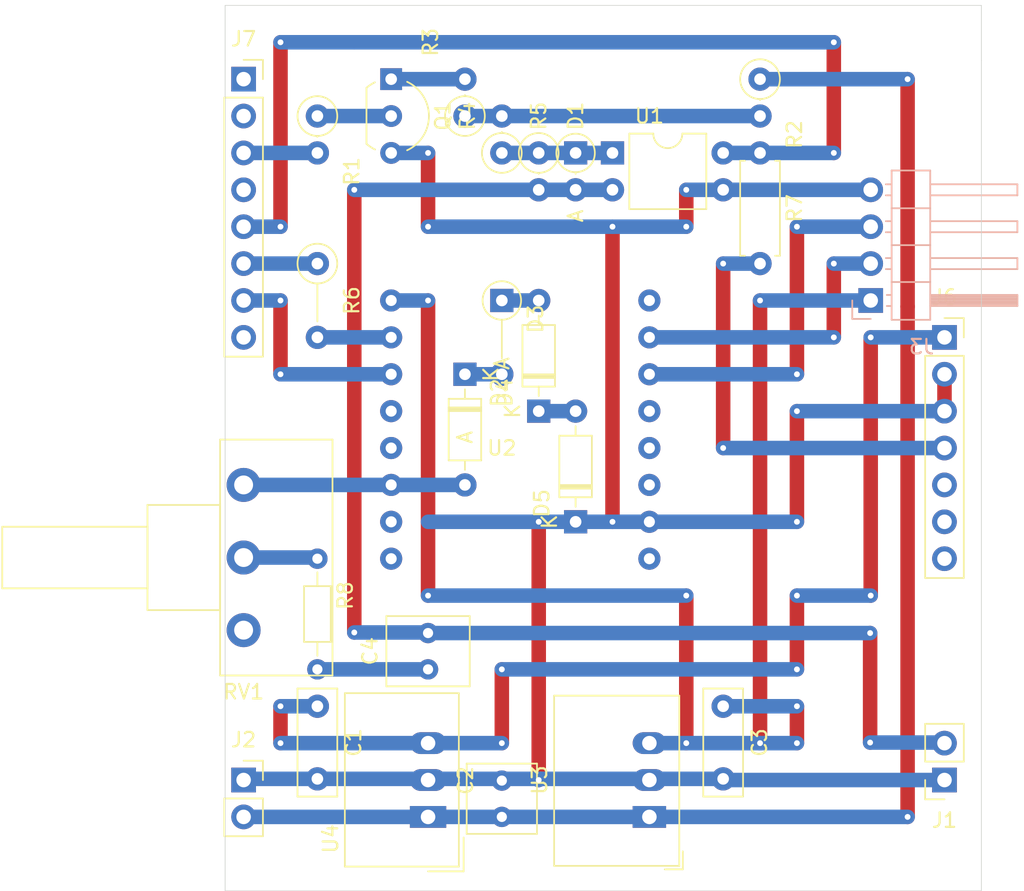
<source format=kicad_pcb>
(kicad_pcb (version 20171130) (host pcbnew 5.1.6-c6e7f7d~87~ubuntu18.04.1)

  (general
    (thickness 1.6)
    (drawings 6)
    (tracks 135)
    (zones 0)
    (modules 28)
    (nets 41)
  )

  (page A4)
  (layers
    (0 F.Cu signal)
    (31 B.Cu signal)
    (32 B.Adhes user)
    (33 F.Adhes user)
    (34 B.Paste user)
    (35 F.Paste user)
    (36 B.SilkS user)
    (37 F.SilkS user)
    (38 B.Mask user)
    (39 F.Mask user)
    (40 Dwgs.User user)
    (41 Cmts.User user)
    (42 Eco1.User user)
    (43 Eco2.User user)
    (44 Edge.Cuts user)
    (45 Margin user)
    (46 B.CrtYd user)
    (47 F.CrtYd user)
    (48 B.Fab user)
    (49 F.Fab user)
  )

  (setup
    (last_trace_width 1)
    (user_trace_width 1)
    (trace_clearance 0.2)
    (zone_clearance 0.508)
    (zone_45_only no)
    (trace_min 0.2)
    (via_size 0.8)
    (via_drill 0.4)
    (via_min_size 0.4)
    (via_min_drill 0.3)
    (uvia_size 0.3)
    (uvia_drill 0.1)
    (uvias_allowed no)
    (uvia_min_size 0.2)
    (uvia_min_drill 0.1)
    (edge_width 0.05)
    (segment_width 0.2)
    (pcb_text_width 0.3)
    (pcb_text_size 1.5 1.5)
    (mod_edge_width 0.12)
    (mod_text_size 1 1)
    (mod_text_width 0.15)
    (pad_size 1.524 1.524)
    (pad_drill 0.762)
    (pad_to_mask_clearance 0.05)
    (aux_axis_origin 0 0)
    (visible_elements FFFFFF7F)
    (pcbplotparams
      (layerselection 0x010fc_ffffffff)
      (usegerberextensions false)
      (usegerberattributes true)
      (usegerberadvancedattributes true)
      (creategerberjobfile true)
      (excludeedgelayer true)
      (linewidth 0.100000)
      (plotframeref false)
      (viasonmask false)
      (mode 1)
      (useauxorigin false)
      (hpglpennumber 1)
      (hpglpenspeed 20)
      (hpglpendiameter 15.000000)
      (psnegative false)
      (psa4output false)
      (plotreference true)
      (plotvalue true)
      (plotinvisibletext false)
      (padsonsilk false)
      (subtractmaskfromsilk false)
      (outputformat 1)
      (mirror false)
      (drillshape 1)
      (scaleselection 1)
      (outputdirectory ""))
  )

  (net 0 "")
  (net 1 9V)
  (net 2 GND)
  (net 3 24V)
  (net 4 DF_5V)
  (net 5 "Net-(C4-Pad1)")
  (net 6 "Net-(C4-Pad2)")
  (net 7 "Net-(D1-Pad1)")
  (net 8 "Net-(D2-Pad1)")
  (net 9 "Net-(D2-Pad2)")
  (net 10 "Net-(D3-Pad1)")
  (net 11 "Net-(D4-Pad1)")
  (net 12 "Net-(J3-Pad2)")
  (net 13 "Net-(J3-Pad3)")
  (net 14 5V)
  (net 15 "Net-(J6-Pad5)")
  (net 16 "Net-(J6-Pad6)")
  (net 17 "Net-(J6-Pad7)")
  (net 18 "Net-(J7-Pad1)")
  (net 19 "Net-(J7-Pad2)")
  (net 20 O_STATE)
  (net 21 I_FORK1)
  (net 22 Player_RX)
  (net 23 Player_TX)
  (net 24 "Net-(J7-Pad8)")
  (net 25 "Net-(Q1-Pad2)")
  (net 26 "Net-(Q1-Pad1)")
  (net 27 "Net-(R2-Pad2)")
  (net 28 "Net-(R6-Pad2)")
  (net 29 "Net-(R8-Pad1)")
  (net 30 "Net-(RV1-Pad3)")
  (net 31 "Net-(U2-Pad4)")
  (net 32 "Net-(U2-Pad5)")
  (net 33 "Net-(U2-Pad8)")
  (net 34 "Net-(U2-Pad16)")
  (net 35 "Net-(U2-Pad13)")
  (net 36 "Net-(U2-Pad12)")
  (net 37 "Net-(U2-Pad11)")
  (net 38 "Net-(U2-Pad9)")
  (net 39 "Net-(J7-Pad4)")
  (net 40 "Net-(U2-Pad7)")

  (net_class Default "This is the default net class."
    (clearance 0.2)
    (trace_width 0.25)
    (via_dia 0.8)
    (via_drill 0.4)
    (uvia_dia 0.3)
    (uvia_drill 0.1)
    (add_net 24V)
    (add_net 5V)
    (add_net 9V)
    (add_net DF_5V)
    (add_net GND)
    (add_net I_FORK1)
    (add_net "Net-(C4-Pad1)")
    (add_net "Net-(C4-Pad2)")
    (add_net "Net-(D1-Pad1)")
    (add_net "Net-(D2-Pad1)")
    (add_net "Net-(D2-Pad2)")
    (add_net "Net-(D3-Pad1)")
    (add_net "Net-(D4-Pad1)")
    (add_net "Net-(J3-Pad2)")
    (add_net "Net-(J3-Pad3)")
    (add_net "Net-(J6-Pad5)")
    (add_net "Net-(J6-Pad6)")
    (add_net "Net-(J6-Pad7)")
    (add_net "Net-(J7-Pad1)")
    (add_net "Net-(J7-Pad2)")
    (add_net "Net-(J7-Pad4)")
    (add_net "Net-(J7-Pad8)")
    (add_net "Net-(Q1-Pad1)")
    (add_net "Net-(Q1-Pad2)")
    (add_net "Net-(R2-Pad2)")
    (add_net "Net-(R6-Pad2)")
    (add_net "Net-(R8-Pad1)")
    (add_net "Net-(RV1-Pad3)")
    (add_net "Net-(U2-Pad11)")
    (add_net "Net-(U2-Pad12)")
    (add_net "Net-(U2-Pad13)")
    (add_net "Net-(U2-Pad16)")
    (add_net "Net-(U2-Pad4)")
    (add_net "Net-(U2-Pad5)")
    (add_net "Net-(U2-Pad7)")
    (add_net "Net-(U2-Pad8)")
    (add_net "Net-(U2-Pad9)")
    (add_net O_STATE)
    (add_net Player_RX)
    (add_net Player_TX)
  )

  (module Diode_THT:D_DO-35_SOD27_P7.62mm_Horizontal (layer F.Cu) (tedit 5AE50CD5) (tstamp 5F10D5DB)
    (at 48.26 55.88 90)
    (descr "Diode, DO-35_SOD27 series, Axial, Horizontal, pin pitch=7.62mm, , length*diameter=4*2mm^2, , http://www.diodes.com/_files/packages/DO-35.pdf")
    (tags "Diode DO-35_SOD27 series Axial Horizontal pin pitch 7.62mm  length 4mm diameter 2mm")
    (path /5F16E150)
    (fp_text reference D5 (at 1.27 -2.326371 90) (layer F.SilkS)
      (effects (font (size 1 1) (thickness 0.15)))
    )
    (fp_text value 1N4148 (at 1.27 3.215371 90) (layer F.Fab)
      (effects (font (size 1 1) (thickness 0.15)))
    )
    (fp_text user A (at 3.58 0.8 90) (layer F.Fab)
      (effects (font (size 1 1) (thickness 0.15)))
    )
    (fp_text user K (at 0 -1.8 90) (layer F.SilkS)
      (effects (font (size 1 1) (thickness 0.15)))
    )
    (fp_text user K (at 0 -1.8 90) (layer F.Fab)
      (effects (font (size 1 1) (thickness 0.15)))
    )
    (fp_text user %R (at 1.27 -2.326371 90) (layer F.Fab)
      (effects (font (size 1 1) (thickness 0.15)))
    )
    (fp_line (start 1.81 -1) (end 1.81 1) (layer F.Fab) (width 0.1))
    (fp_line (start 1.81 1) (end 5.81 1) (layer F.Fab) (width 0.1))
    (fp_line (start 5.81 1) (end 5.81 -1) (layer F.Fab) (width 0.1))
    (fp_line (start 5.81 -1) (end 1.81 -1) (layer F.Fab) (width 0.1))
    (fp_line (start 0 0) (end 1.81 0) (layer F.Fab) (width 0.1))
    (fp_line (start 7.62 0) (end 5.81 0) (layer F.Fab) (width 0.1))
    (fp_line (start 2.41 -1) (end 2.41 1) (layer F.Fab) (width 0.1))
    (fp_line (start 2.51 -1) (end 2.51 1) (layer F.Fab) (width 0.1))
    (fp_line (start 2.31 -1) (end 2.31 1) (layer F.Fab) (width 0.1))
    (fp_line (start 1.69 -1.12) (end 1.69 1.12) (layer F.SilkS) (width 0.12))
    (fp_line (start 1.69 1.12) (end 5.93 1.12) (layer F.SilkS) (width 0.12))
    (fp_line (start 5.93 1.12) (end 5.93 -1.12) (layer F.SilkS) (width 0.12))
    (fp_line (start 5.93 -1.12) (end 1.69 -1.12) (layer F.SilkS) (width 0.12))
    (fp_line (start 1.04 0) (end 1.69 0) (layer F.SilkS) (width 0.12))
    (fp_line (start 6.58 0) (end 5.93 0) (layer F.SilkS) (width 0.12))
    (fp_line (start 2.41 -1.12) (end 2.41 1.12) (layer F.SilkS) (width 0.12))
    (fp_line (start 2.53 -1.12) (end 2.53 1.12) (layer F.SilkS) (width 0.12))
    (fp_line (start 2.29 -1.12) (end 2.29 1.12) (layer F.SilkS) (width 0.12))
    (fp_line (start -1.05 -1.25) (end -1.05 1.25) (layer F.CrtYd) (width 0.05))
    (fp_line (start -1.05 1.25) (end 8.67 1.25) (layer F.CrtYd) (width 0.05))
    (fp_line (start 8.67 1.25) (end 8.67 -1.25) (layer F.CrtYd) (width 0.05))
    (fp_line (start 8.67 -1.25) (end -1.05 -1.25) (layer F.CrtYd) (width 0.05))
    (pad 2 thru_hole oval (at 7.62 0 90) (size 1.6 1.6) (drill 0.8) (layers *.Cu *.Mask)
      (net 11 "Net-(D4-Pad1)"))
    (pad 1 thru_hole rect (at 0 0 90) (size 1.6 1.6) (drill 0.8) (layers *.Cu *.Mask)
      (net 2 GND))
    (model ${KISYS3DMOD}/Diode_THT.3dshapes/D_DO-35_SOD27_P7.62mm_Horizontal.wrl
      (at (xyz 0 0 0))
      (scale (xyz 1 1 1))
      (rotate (xyz 0 0 0))
    )
  )

  (module Diode_THT:D_DO-35_SOD27_P5.08mm_Vertical_AnodeUp (layer F.Cu) (tedit 5AE50CD5) (tstamp 5F10D5B9)
    (at 43.18 40.64 270)
    (descr "Diode, DO-35_SOD27 series, Axial, Vertical, pin pitch=5.08mm, , length*diameter=4*2mm^2, , http://www.diodes.com/_files/packages/DO-35.pdf")
    (tags "Diode DO-35_SOD27 series Axial Vertical pin pitch 5.08mm  length 4mm diameter 2mm")
    (path /5F16CF69)
    (fp_text reference D3 (at 1.27 -2.326371 90) (layer F.SilkS)
      (effects (font (size 1 1) (thickness 0.15)))
    )
    (fp_text value 1N4148 (at 1.27 3.215371 90) (layer F.Fab)
      (effects (font (size 1 1) (thickness 0.15)))
    )
    (fp_text user K (at 0 -1.8 90) (layer F.Fab)
      (effects (font (size 1 1) (thickness 0.15)))
    )
    (fp_text user A (at 4.34 0 90) (layer F.SilkS)
      (effects (font (size 1 1) (thickness 0.15)))
    )
    (fp_text user A (at 3.58 0.8 90) (layer F.Fab)
      (effects (font (size 1 1) (thickness 0.15)))
    )
    (fp_text user %R (at 1.27 -2.326371 90) (layer F.Fab)
      (effects (font (size 1 1) (thickness 0.15)))
    )
    (fp_circle (center 0 0) (end 1 0) (layer F.Fab) (width 0.1))
    (fp_circle (center 0 0) (end 1.326371 0) (layer F.SilkS) (width 0.12))
    (fp_line (start 0 0) (end 5.08 0) (layer F.Fab) (width 0.1))
    (fp_line (start 1.326371 0) (end 3.98 0) (layer F.SilkS) (width 0.12))
    (fp_line (start -1.25 -1.25) (end -1.25 1.25) (layer F.CrtYd) (width 0.05))
    (fp_line (start -1.25 1.25) (end 6.13 1.25) (layer F.CrtYd) (width 0.05))
    (fp_line (start 6.13 1.25) (end 6.13 -1.25) (layer F.CrtYd) (width 0.05))
    (fp_line (start 6.13 -1.25) (end -1.25 -1.25) (layer F.CrtYd) (width 0.05))
    (pad 2 thru_hole oval (at 5.08 0 270) (size 1.6 1.6) (drill 0.8) (layers *.Cu *.Mask)
      (net 8 "Net-(D2-Pad1)"))
    (pad 1 thru_hole rect (at 0 0 270) (size 1.6 1.6) (drill 0.8) (layers *.Cu *.Mask)
      (net 10 "Net-(D3-Pad1)"))
    (model ${KISYS3DMOD}/Diode_THT.3dshapes/D_DO-35_SOD27_P5.08mm_Vertical_AnodeUp.wrl
      (at (xyz 0 0 0))
      (scale (xyz 1 1 1))
      (rotate (xyz 0 0 0))
    )
  )

  (module Diode_THT:D_DO-35_SOD27_P7.62mm_Horizontal (layer F.Cu) (tedit 5AE50CD5) (tstamp 5F10D5CA)
    (at 45.72 48.26 90)
    (descr "Diode, DO-35_SOD27 series, Axial, Horizontal, pin pitch=7.62mm, , length*diameter=4*2mm^2, , http://www.diodes.com/_files/packages/DO-35.pdf")
    (tags "Diode DO-35_SOD27 series Axial Horizontal pin pitch 7.62mm  length 4mm diameter 2mm")
    (path /5F16D76E)
    (fp_text reference D4 (at 1.27 -2.326371 90) (layer F.SilkS)
      (effects (font (size 1 1) (thickness 0.15)))
    )
    (fp_text value 1N4148 (at 1.27 3.215371 90) (layer F.Fab)
      (effects (font (size 1 1) (thickness 0.15)))
    )
    (fp_text user A (at 4.34 0 90) (layer F.Fab)
      (effects (font (size 1 1) (thickness 0.15)))
    )
    (fp_text user K (at 0 -1.8 90) (layer F.SilkS)
      (effects (font (size 1 1) (thickness 0.15)))
    )
    (fp_text user K (at 0 -1.8 90) (layer F.Fab)
      (effects (font (size 1 1) (thickness 0.15)))
    )
    (fp_text user %R (at 1.27 -2.326371 90) (layer F.Fab)
      (effects (font (size 1 1) (thickness 0.15)))
    )
    (fp_line (start 1.81 -1) (end 1.81 1) (layer F.Fab) (width 0.1))
    (fp_line (start 1.81 1) (end 5.81 1) (layer F.Fab) (width 0.1))
    (fp_line (start 5.81 1) (end 5.81 -1) (layer F.Fab) (width 0.1))
    (fp_line (start 5.81 -1) (end 1.81 -1) (layer F.Fab) (width 0.1))
    (fp_line (start 0 0) (end 1.81 0) (layer F.Fab) (width 0.1))
    (fp_line (start 7.62 0) (end 5.81 0) (layer F.Fab) (width 0.1))
    (fp_line (start 2.41 -1) (end 2.41 1) (layer F.Fab) (width 0.1))
    (fp_line (start 2.51 -1) (end 2.51 1) (layer F.Fab) (width 0.1))
    (fp_line (start 2.31 -1) (end 2.31 1) (layer F.Fab) (width 0.1))
    (fp_line (start 1.69 -1.12) (end 1.69 1.12) (layer F.SilkS) (width 0.12))
    (fp_line (start 1.69 1.12) (end 5.93 1.12) (layer F.SilkS) (width 0.12))
    (fp_line (start 5.93 1.12) (end 5.93 -1.12) (layer F.SilkS) (width 0.12))
    (fp_line (start 5.93 -1.12) (end 1.69 -1.12) (layer F.SilkS) (width 0.12))
    (fp_line (start 1.04 0) (end 1.69 0) (layer F.SilkS) (width 0.12))
    (fp_line (start 6.58 0) (end 5.93 0) (layer F.SilkS) (width 0.12))
    (fp_line (start 2.41 -1.12) (end 2.41 1.12) (layer F.SilkS) (width 0.12))
    (fp_line (start 2.53 -1.12) (end 2.53 1.12) (layer F.SilkS) (width 0.12))
    (fp_line (start 2.29 -1.12) (end 2.29 1.12) (layer F.SilkS) (width 0.12))
    (fp_line (start -1.05 -1.25) (end -1.05 1.25) (layer F.CrtYd) (width 0.05))
    (fp_line (start -1.05 1.25) (end 8.67 1.25) (layer F.CrtYd) (width 0.05))
    (fp_line (start 8.67 1.25) (end 8.67 -1.25) (layer F.CrtYd) (width 0.05))
    (fp_line (start 8.67 -1.25) (end -1.05 -1.25) (layer F.CrtYd) (width 0.05))
    (pad 2 thru_hole oval (at 7.62 0 90) (size 1.6 1.6) (drill 0.8) (layers *.Cu *.Mask)
      (net 10 "Net-(D3-Pad1)"))
    (pad 1 thru_hole rect (at 0 0 90) (size 1.6 1.6) (drill 0.8) (layers *.Cu *.Mask)
      (net 11 "Net-(D4-Pad1)"))
    (model ${KISYS3DMOD}/Diode_THT.3dshapes/D_DO-35_SOD27_P7.62mm_Horizontal.wrl
      (at (xyz 0 0 0))
      (scale (xyz 1 1 1))
      (rotate (xyz 0 0 0))
    )
  )

  (module Diode_THT:D_DO-35_SOD27_P7.62mm_Horizontal (layer F.Cu) (tedit 5AE50CD5) (tstamp 5F10D5A8)
    (at 40.64 45.72 270)
    (descr "Diode, DO-35_SOD27 series, Axial, Horizontal, pin pitch=7.62mm, , length*diameter=4*2mm^2, , http://www.diodes.com/_files/packages/DO-35.pdf")
    (tags "Diode DO-35_SOD27 series Axial Horizontal pin pitch 7.62mm  length 4mm diameter 2mm")
    (path /5F16B469)
    (fp_text reference D2 (at 1.27 -2.326371 90) (layer F.SilkS)
      (effects (font (size 1 1) (thickness 0.15)))
    )
    (fp_text value 1N4148 (at 1.27 3.215371 90) (layer F.Fab)
      (effects (font (size 1 1) (thickness 0.15)))
    )
    (fp_text user A (at 4.34 0 90) (layer F.SilkS)
      (effects (font (size 1 1) (thickness 0.15)))
    )
    (fp_text user K (at 0 -1.8 90) (layer F.SilkS)
      (effects (font (size 1 1) (thickness 0.15)))
    )
    (fp_text user K (at 0 -1.8 90) (layer F.Fab)
      (effects (font (size 1 1) (thickness 0.15)))
    )
    (fp_text user %R (at 1.27 -2.326371 90) (layer F.Fab)
      (effects (font (size 1 1) (thickness 0.15)))
    )
    (fp_line (start 1.81 -1) (end 1.81 1) (layer F.Fab) (width 0.1))
    (fp_line (start 1.81 1) (end 5.81 1) (layer F.Fab) (width 0.1))
    (fp_line (start 5.81 1) (end 5.81 -1) (layer F.Fab) (width 0.1))
    (fp_line (start 5.81 -1) (end 1.81 -1) (layer F.Fab) (width 0.1))
    (fp_line (start 0 0) (end 1.81 0) (layer F.Fab) (width 0.1))
    (fp_line (start 7.62 0) (end 5.81 0) (layer F.Fab) (width 0.1))
    (fp_line (start 2.41 -1) (end 2.41 1) (layer F.Fab) (width 0.1))
    (fp_line (start 2.51 -1) (end 2.51 1) (layer F.Fab) (width 0.1))
    (fp_line (start 2.31 -1) (end 2.31 1) (layer F.Fab) (width 0.1))
    (fp_line (start 1.69 -1.12) (end 1.69 1.12) (layer F.SilkS) (width 0.12))
    (fp_line (start 1.69 1.12) (end 5.93 1.12) (layer F.SilkS) (width 0.12))
    (fp_line (start 5.93 1.12) (end 5.93 -1.12) (layer F.SilkS) (width 0.12))
    (fp_line (start 5.93 -1.12) (end 1.69 -1.12) (layer F.SilkS) (width 0.12))
    (fp_line (start 1.04 0) (end 1.69 0) (layer F.SilkS) (width 0.12))
    (fp_line (start 6.58 0) (end 5.93 0) (layer F.SilkS) (width 0.12))
    (fp_line (start 2.41 -1.12) (end 2.41 1.12) (layer F.SilkS) (width 0.12))
    (fp_line (start 2.53 -1.12) (end 2.53 1.12) (layer F.SilkS) (width 0.12))
    (fp_line (start 2.29 -1.12) (end 2.29 1.12) (layer F.SilkS) (width 0.12))
    (fp_line (start -1.05 -1.25) (end -1.05 1.25) (layer F.CrtYd) (width 0.05))
    (fp_line (start -1.05 1.25) (end 8.67 1.25) (layer F.CrtYd) (width 0.05))
    (fp_line (start 8.67 1.25) (end 8.67 -1.25) (layer F.CrtYd) (width 0.05))
    (fp_line (start 8.67 -1.25) (end -1.05 -1.25) (layer F.CrtYd) (width 0.05))
    (pad 2 thru_hole oval (at 7.62 0 270) (size 1.6 1.6) (drill 0.8) (layers *.Cu *.Mask)
      (net 9 "Net-(D2-Pad2)"))
    (pad 1 thru_hole rect (at 0 0 270) (size 1.6 1.6) (drill 0.8) (layers *.Cu *.Mask)
      (net 8 "Net-(D2-Pad1)"))
    (model ${KISYS3DMOD}/Diode_THT.3dshapes/D_DO-35_SOD27_P7.62mm_Horizontal.wrl
      (at (xyz 0 0 0))
      (scale (xyz 1 1 1))
      (rotate (xyz 0 0 0))
    )
  )

  (module Resistor_THT:R_Axial_DIN0204_L3.6mm_D1.6mm_P7.62mm_Horizontal (layer F.Cu) (tedit 5AE5139B) (tstamp 5F10D735)
    (at 30.48 58.42 270)
    (descr "Resistor, Axial_DIN0204 series, Axial, Horizontal, pin pitch=7.62mm, 0.167W, length*diameter=3.6*1.6mm^2, http://cdn-reichelt.de/documents/datenblatt/B400/1_4W%23YAG.pdf")
    (tags "Resistor Axial_DIN0204 series Axial Horizontal pin pitch 7.62mm 0.167W length 3.6mm diameter 1.6mm")
    (path /5F0D003B)
    (fp_text reference R8 (at 2.54 -1.92 90) (layer F.SilkS)
      (effects (font (size 1 1) (thickness 0.15)))
    )
    (fp_text value 560R (at 2.54 1.92 90) (layer F.Fab)
      (effects (font (size 1 1) (thickness 0.15)))
    )
    (fp_text user %R (at 2.54 0 90) (layer F.Fab)
      (effects (font (size 0.72 0.72) (thickness 0.108)))
    )
    (fp_line (start 2.01 -0.8) (end 2.01 0.8) (layer F.Fab) (width 0.1))
    (fp_line (start 2.01 0.8) (end 5.61 0.8) (layer F.Fab) (width 0.1))
    (fp_line (start 5.61 0.8) (end 5.61 -0.8) (layer F.Fab) (width 0.1))
    (fp_line (start 5.61 -0.8) (end 2.01 -0.8) (layer F.Fab) (width 0.1))
    (fp_line (start 0 0) (end 2.01 0) (layer F.Fab) (width 0.1))
    (fp_line (start 7.62 0) (end 5.61 0) (layer F.Fab) (width 0.1))
    (fp_line (start 1.89 -0.92) (end 1.89 0.92) (layer F.SilkS) (width 0.12))
    (fp_line (start 1.89 0.92) (end 5.73 0.92) (layer F.SilkS) (width 0.12))
    (fp_line (start 5.73 0.92) (end 5.73 -0.92) (layer F.SilkS) (width 0.12))
    (fp_line (start 5.73 -0.92) (end 1.89 -0.92) (layer F.SilkS) (width 0.12))
    (fp_line (start 0.94 0) (end 1.89 0) (layer F.SilkS) (width 0.12))
    (fp_line (start 6.68 0) (end 5.73 0) (layer F.SilkS) (width 0.12))
    (fp_line (start -0.95 -1.05) (end -0.95 1.05) (layer F.CrtYd) (width 0.05))
    (fp_line (start -0.95 1.05) (end 8.57 1.05) (layer F.CrtYd) (width 0.05))
    (fp_line (start 8.57 1.05) (end 8.57 -1.05) (layer F.CrtYd) (width 0.05))
    (fp_line (start 8.57 -1.05) (end -0.95 -1.05) (layer F.CrtYd) (width 0.05))
    (pad 2 thru_hole oval (at 7.62 0 270) (size 1.4 1.4) (drill 0.7) (layers *.Cu *.Mask)
      (net 5 "Net-(C4-Pad1)"))
    (pad 1 thru_hole circle (at 0 0 270) (size 1.4 1.4) (drill 0.7) (layers *.Cu *.Mask)
      (net 29 "Net-(R8-Pad1)"))
    (model ${KISYS3DMOD}/Resistor_THT.3dshapes/R_Axial_DIN0204_L3.6mm_D1.6mm_P7.62mm_Horizontal.wrl
      (at (xyz 0 0 0))
      (scale (xyz 1 1 1))
      (rotate (xyz 0 0 0))
    )
  )

  (module Resistor_THT:R_Axial_DIN0207_L6.3mm_D2.5mm_P2.54mm_Vertical (layer F.Cu) (tedit 5AE5139B) (tstamp 5F1107A8)
    (at 60.96 25.4 270)
    (descr "Resistor, Axial_DIN0207 series, Axial, Vertical, pin pitch=2.54mm, 0.25W = 1/4W, length*diameter=6.3*2.5mm^2, http://cdn-reichelt.de/documents/datenblatt/B400/1_4W%23YAG.pdf")
    (tags "Resistor Axial_DIN0207 series Axial Vertical pin pitch 2.54mm 0.25W = 1/4W length 6.3mm diameter 2.5mm")
    (path /5F00D424)
    (fp_text reference R2 (at 3.81 -2.37 90) (layer F.SilkS)
      (effects (font (size 1 1) (thickness 0.15)))
    )
    (fp_text value 330R (at 3.81 2.37 90) (layer F.Fab)
      (effects (font (size 1 1) (thickness 0.15)))
    )
    (fp_text user %R (at 3.81 0 90) (layer F.Fab)
      (effects (font (size 1 1) (thickness 0.15)))
    )
    (fp_circle (center 0 0) (end 1.25 0) (layer F.Fab) (width 0.1))
    (fp_circle (center 0 0) (end 1.37 0) (layer F.SilkS) (width 0.12))
    (fp_line (start 0 0) (end 2.54 0) (layer F.Fab) (width 0.1))
    (fp_line (start 1.37 0) (end 1.44 0) (layer F.SilkS) (width 0.12))
    (fp_line (start -1.5 -1.5) (end -1.5 1.5) (layer F.CrtYd) (width 0.05))
    (fp_line (start -1.5 1.5) (end 3.59 1.5) (layer F.CrtYd) (width 0.05))
    (fp_line (start 3.59 1.5) (end 3.59 -1.5) (layer F.CrtYd) (width 0.05))
    (fp_line (start 3.59 -1.5) (end -1.5 -1.5) (layer F.CrtYd) (width 0.05))
    (pad 2 thru_hole oval (at 2.54 0 270) (size 1.6 1.6) (drill 0.8) (layers *.Cu *.Mask)
      (net 27 "Net-(R2-Pad2)"))
    (pad 1 thru_hole circle (at 0 0 270) (size 1.6 1.6) (drill 0.8) (layers *.Cu *.Mask)
      (net 3 24V))
    (model ${KISYS3DMOD}/Resistor_THT.3dshapes/R_Axial_DIN0207_L6.3mm_D2.5mm_P2.54mm_Vertical.wrl
      (at (xyz 0 0 0))
      (scale (xyz 1 1 1))
      (rotate (xyz 0 0 0))
    )
  )

  (module Capacitor_THT:C_Rect_L4.6mm_W4.6mm_P2.50mm_MKS02_FKP02 (layer F.Cu) (tedit 5AE50EF0) (tstamp 5F10D54D)
    (at 43.18 76.2 90)
    (descr "C, Rect series, Radial, pin pitch=2.50mm, , length*width=4.6*4.6mm^2, Capacitor, http://www.wima.de/DE/WIMA_MKS_02.pdf")
    (tags "C Rect series Radial pin pitch 2.50mm  length 4.6mm width 4.6mm Capacitor")
    (path /5EBC5964)
    (fp_text reference C2 (at 2.5 -2.5 90) (layer F.SilkS)
      (effects (font (size 1 1) (thickness 0.15)))
    )
    (fp_text value 1u (at 2.5 2.5 90) (layer F.Fab)
      (effects (font (size 1 1) (thickness 0.15)))
    )
    (fp_text user %R (at 2.5 0 90) (layer F.Fab)
      (effects (font (size 1 1) (thickness 0.15)))
    )
    (fp_line (start -1.05 -2.3) (end -1.05 2.3) (layer F.Fab) (width 0.1))
    (fp_line (start -1.05 2.3) (end 3.55 2.3) (layer F.Fab) (width 0.1))
    (fp_line (start 3.55 2.3) (end 3.55 -2.3) (layer F.Fab) (width 0.1))
    (fp_line (start 3.55 -2.3) (end -1.05 -2.3) (layer F.Fab) (width 0.1))
    (fp_line (start -1.17 -2.42) (end 3.67 -2.42) (layer F.SilkS) (width 0.12))
    (fp_line (start -1.17 2.42) (end 3.67 2.42) (layer F.SilkS) (width 0.12))
    (fp_line (start -1.17 -2.42) (end -1.17 2.42) (layer F.SilkS) (width 0.12))
    (fp_line (start 3.67 -2.42) (end 3.67 2.42) (layer F.SilkS) (width 0.12))
    (fp_line (start -1.3 -2.55) (end -1.3 2.55) (layer F.CrtYd) (width 0.05))
    (fp_line (start -1.3 2.55) (end 3.8 2.55) (layer F.CrtYd) (width 0.05))
    (fp_line (start 3.8 2.55) (end 3.8 -2.55) (layer F.CrtYd) (width 0.05))
    (fp_line (start 3.8 -2.55) (end -1.3 -2.55) (layer F.CrtYd) (width 0.05))
    (pad 2 thru_hole circle (at 2.5 0 90) (size 1.4 1.4) (drill 0.7) (layers *.Cu *.Mask)
      (net 2 GND))
    (pad 1 thru_hole circle (at 0 0 90) (size 1.4 1.4) (drill 0.7) (layers *.Cu *.Mask)
      (net 3 24V))
    (model ${KISYS3DMOD}/Capacitor_THT.3dshapes/C_Rect_L4.6mm_W4.6mm_P2.50mm_MKS02_FKP02.wrl
      (at (xyz 0 0 0))
      (scale (xyz 1 1 1))
      (rotate (xyz 0 0 0))
    )
  )

  (module Connector_PinHeader_2.54mm:PinHeader_1x04_P2.54mm_Horizontal (layer B.Cu) (tedit 59FED5CB) (tstamp 5F10D634)
    (at 68.58 40.64)
    (descr "Through hole angled pin header, 1x04, 2.54mm pitch, 6mm pin length, single row")
    (tags "Through hole angled pin header THT 1x04 2.54mm single row")
    (path /5F1118BF)
    (fp_text reference J3 (at 3.5 3.19 180) (layer B.SilkS)
      (effects (font (size 1 1) (thickness 0.15)) (justify mirror))
    )
    (fp_text value USB_A (at 5.08 -10.16 180) (layer B.Fab)
      (effects (font (size 1 1) (thickness 0.15)) (justify mirror))
    )
    (fp_text user %R (at 3.5 -3.7 180) (layer B.Fab)
      (effects (font (size 1 1) (thickness 0.15)) (justify mirror))
    )
    (fp_line (start 2.135 1.27) (end 4.04 1.27) (layer B.Fab) (width 0.1))
    (fp_line (start 4.04 1.27) (end 4.04 -8.89) (layer B.Fab) (width 0.1))
    (fp_line (start 4.04 -8.89) (end 1.5 -8.89) (layer B.Fab) (width 0.1))
    (fp_line (start 1.5 -8.89) (end 1.5 0.635) (layer B.Fab) (width 0.1))
    (fp_line (start 1.5 0.635) (end 2.135 1.27) (layer B.Fab) (width 0.1))
    (fp_line (start -0.32 0.32) (end 1.5 0.32) (layer B.Fab) (width 0.1))
    (fp_line (start -0.32 0.32) (end -0.32 -0.32) (layer B.Fab) (width 0.1))
    (fp_line (start -0.32 -0.32) (end 1.5 -0.32) (layer B.Fab) (width 0.1))
    (fp_line (start 4.04 0.32) (end 10.04 0.32) (layer B.Fab) (width 0.1))
    (fp_line (start 10.04 0.32) (end 10.04 -0.32) (layer B.Fab) (width 0.1))
    (fp_line (start 4.04 -0.32) (end 10.04 -0.32) (layer B.Fab) (width 0.1))
    (fp_line (start -0.32 -2.22) (end 1.5 -2.22) (layer B.Fab) (width 0.1))
    (fp_line (start -0.32 -2.22) (end -0.32 -2.86) (layer B.Fab) (width 0.1))
    (fp_line (start -0.32 -2.86) (end 1.5 -2.86) (layer B.Fab) (width 0.1))
    (fp_line (start 4.04 -2.22) (end 10.04 -2.22) (layer B.Fab) (width 0.1))
    (fp_line (start 10.04 -2.22) (end 10.04 -2.86) (layer B.Fab) (width 0.1))
    (fp_line (start 4.04 -2.86) (end 10.04 -2.86) (layer B.Fab) (width 0.1))
    (fp_line (start -0.32 -4.76) (end 1.5 -4.76) (layer B.Fab) (width 0.1))
    (fp_line (start -0.32 -4.76) (end -0.32 -5.4) (layer B.Fab) (width 0.1))
    (fp_line (start -0.32 -5.4) (end 1.5 -5.4) (layer B.Fab) (width 0.1))
    (fp_line (start 4.04 -4.76) (end 10.04 -4.76) (layer B.Fab) (width 0.1))
    (fp_line (start 10.04 -4.76) (end 10.04 -5.4) (layer B.Fab) (width 0.1))
    (fp_line (start 4.04 -5.4) (end 10.04 -5.4) (layer B.Fab) (width 0.1))
    (fp_line (start -0.32 -7.3) (end 1.5 -7.3) (layer B.Fab) (width 0.1))
    (fp_line (start -0.32 -7.3) (end -0.32 -7.94) (layer B.Fab) (width 0.1))
    (fp_line (start -0.32 -7.94) (end 1.5 -7.94) (layer B.Fab) (width 0.1))
    (fp_line (start 4.04 -7.3) (end 10.04 -7.3) (layer B.Fab) (width 0.1))
    (fp_line (start 10.04 -7.3) (end 10.04 -7.94) (layer B.Fab) (width 0.1))
    (fp_line (start 4.04 -7.94) (end 10.04 -7.94) (layer B.Fab) (width 0.1))
    (fp_line (start 1.44 1.33) (end 1.44 -8.95) (layer B.SilkS) (width 0.12))
    (fp_line (start 1.44 -8.95) (end 4.1 -8.95) (layer B.SilkS) (width 0.12))
    (fp_line (start 4.1 -8.95) (end 4.1 1.33) (layer B.SilkS) (width 0.12))
    (fp_line (start 4.1 1.33) (end 1.44 1.33) (layer B.SilkS) (width 0.12))
    (fp_line (start 4.1 0.38) (end 10.1 0.38) (layer B.SilkS) (width 0.12))
    (fp_line (start 10.1 0.38) (end 10.1 -0.38) (layer B.SilkS) (width 0.12))
    (fp_line (start 10.1 -0.38) (end 4.1 -0.38) (layer B.SilkS) (width 0.12))
    (fp_line (start 4.1 0.32) (end 10.1 0.32) (layer B.SilkS) (width 0.12))
    (fp_line (start 4.1 0.2) (end 10.1 0.2) (layer B.SilkS) (width 0.12))
    (fp_line (start 4.1 0.08) (end 10.1 0.08) (layer B.SilkS) (width 0.12))
    (fp_line (start 4.1 -0.04) (end 10.1 -0.04) (layer B.SilkS) (width 0.12))
    (fp_line (start 4.1 -0.16) (end 10.1 -0.16) (layer B.SilkS) (width 0.12))
    (fp_line (start 4.1 -0.28) (end 10.1 -0.28) (layer B.SilkS) (width 0.12))
    (fp_line (start 1.11 0.38) (end 1.44 0.38) (layer B.SilkS) (width 0.12))
    (fp_line (start 1.11 -0.38) (end 1.44 -0.38) (layer B.SilkS) (width 0.12))
    (fp_line (start 1.44 -1.27) (end 4.1 -1.27) (layer B.SilkS) (width 0.12))
    (fp_line (start 4.1 -2.16) (end 10.1 -2.16) (layer B.SilkS) (width 0.12))
    (fp_line (start 10.1 -2.16) (end 10.1 -2.92) (layer B.SilkS) (width 0.12))
    (fp_line (start 10.1 -2.92) (end 4.1 -2.92) (layer B.SilkS) (width 0.12))
    (fp_line (start 1.042929 -2.16) (end 1.44 -2.16) (layer B.SilkS) (width 0.12))
    (fp_line (start 1.042929 -2.92) (end 1.44 -2.92) (layer B.SilkS) (width 0.12))
    (fp_line (start 1.44 -3.81) (end 4.1 -3.81) (layer B.SilkS) (width 0.12))
    (fp_line (start 4.1 -4.7) (end 10.1 -4.7) (layer B.SilkS) (width 0.12))
    (fp_line (start 10.1 -4.7) (end 10.1 -5.46) (layer B.SilkS) (width 0.12))
    (fp_line (start 10.1 -5.46) (end 4.1 -5.46) (layer B.SilkS) (width 0.12))
    (fp_line (start 1.042929 -4.7) (end 1.44 -4.7) (layer B.SilkS) (width 0.12))
    (fp_line (start 1.042929 -5.46) (end 1.44 -5.46) (layer B.SilkS) (width 0.12))
    (fp_line (start 1.44 -6.35) (end 4.1 -6.35) (layer B.SilkS) (width 0.12))
    (fp_line (start 4.1 -7.24) (end 10.1 -7.24) (layer B.SilkS) (width 0.12))
    (fp_line (start 10.1 -7.24) (end 10.1 -8) (layer B.SilkS) (width 0.12))
    (fp_line (start 10.1 -8) (end 4.1 -8) (layer B.SilkS) (width 0.12))
    (fp_line (start 1.042929 -7.24) (end 1.44 -7.24) (layer B.SilkS) (width 0.12))
    (fp_line (start 1.042929 -8) (end 1.44 -8) (layer B.SilkS) (width 0.12))
    (fp_line (start -1.27 0) (end -1.27 1.27) (layer B.SilkS) (width 0.12))
    (fp_line (start -1.27 1.27) (end 0 1.27) (layer B.SilkS) (width 0.12))
    (fp_line (start -1.8 1.8) (end -1.8 -9.4) (layer B.CrtYd) (width 0.05))
    (fp_line (start -1.8 -9.4) (end 10.55 -9.4) (layer B.CrtYd) (width 0.05))
    (fp_line (start 10.55 -9.4) (end 10.55 1.8) (layer B.CrtYd) (width 0.05))
    (fp_line (start 10.55 1.8) (end -1.8 1.8) (layer B.CrtYd) (width 0.05))
    (pad 4 thru_hole oval (at 0 -7.62) (size 1.7 1.7) (drill 1) (layers *.Cu *.Mask)
      (net 2 GND))
    (pad 3 thru_hole oval (at 0 -5.08) (size 1.7 1.7) (drill 1) (layers *.Cu *.Mask)
      (net 13 "Net-(J3-Pad3)"))
    (pad 2 thru_hole oval (at 0 -2.54) (size 1.7 1.7) (drill 1) (layers *.Cu *.Mask)
      (net 12 "Net-(J3-Pad2)"))
    (pad 1 thru_hole rect (at 0 0) (size 1.7 1.7) (drill 1) (layers *.Cu *.Mask)
      (net 4 DF_5V))
    (model ${KISYS3DMOD}/Connector_PinHeader_2.54mm.3dshapes/PinHeader_1x04_P2.54mm_Horizontal.wrl
      (at (xyz 0 0 0))
      (scale (xyz 1 1 1))
      (rotate (xyz 0 0 0))
    )
  )

  (module Resistor_THT:R_Axial_DIN0207_L6.3mm_D2.5mm_P2.54mm_Vertical (layer F.Cu) (tedit 5AE5139B) (tstamp 5F10D6ED)
    (at 43.18 30.48 90)
    (descr "Resistor, Axial_DIN0207 series, Axial, Vertical, pin pitch=2.54mm, 0.25W = 1/4W, length*diameter=6.3*2.5mm^2, http://cdn-reichelt.de/documents/datenblatt/B400/1_4W%23YAG.pdf")
    (tags "Resistor Axial_DIN0207 series Axial Vertical pin pitch 2.54mm 0.25W = 1/4W length 6.3mm diameter 2.5mm")
    (path /5EBBFF20)
    (fp_text reference R4 (at 2.54 -2.37 90) (layer F.SilkS)
      (effects (font (size 1 1) (thickness 0.15)))
    )
    (fp_text value 100R (at 2.54 2.37 90) (layer F.Fab)
      (effects (font (size 1 1) (thickness 0.15)))
    )
    (fp_text user %R (at 2.54 -2.37 90) (layer F.Fab)
      (effects (font (size 1 1) (thickness 0.15)))
    )
    (fp_circle (center 0 0) (end 1.25 0) (layer F.Fab) (width 0.1))
    (fp_circle (center 0 0) (end 1.37 0) (layer F.SilkS) (width 0.12))
    (fp_line (start 0 0) (end 2.54 0) (layer F.Fab) (width 0.1))
    (fp_line (start 1.37 0) (end 1.44 0) (layer F.SilkS) (width 0.12))
    (fp_line (start -1.5 -1.5) (end -1.5 1.5) (layer F.CrtYd) (width 0.05))
    (fp_line (start -1.5 1.5) (end 3.59 1.5) (layer F.CrtYd) (width 0.05))
    (fp_line (start 3.59 1.5) (end 3.59 -1.5) (layer F.CrtYd) (width 0.05))
    (fp_line (start 3.59 -1.5) (end -1.5 -1.5) (layer F.CrtYd) (width 0.05))
    (pad 2 thru_hole oval (at 2.54 0 90) (size 1.6 1.6) (drill 0.8) (layers *.Cu *.Mask)
      (net 27 "Net-(R2-Pad2)"))
    (pad 1 thru_hole circle (at 0 0 90) (size 1.6 1.6) (drill 0.8) (layers *.Cu *.Mask)
      (net 7 "Net-(D1-Pad1)"))
    (model ${KISYS3DMOD}/Resistor_THT.3dshapes/R_Axial_DIN0207_L6.3mm_D2.5mm_P2.54mm_Vertical.wrl
      (at (xyz 0 0 0))
      (scale (xyz 1 1 1))
      (rotate (xyz 0 0 0))
    )
  )

  (module Resistor_THT:R_Axial_DIN0207_L6.3mm_D2.5mm_P2.54mm_Vertical (layer F.Cu) (tedit 5AE5139B) (tstamp 5F10D6DE)
    (at 40.64 27.94 90)
    (descr "Resistor, Axial_DIN0207 series, Axial, Vertical, pin pitch=2.54mm, 0.25W = 1/4W, length*diameter=6.3*2.5mm^2, http://cdn-reichelt.de/documents/datenblatt/B400/1_4W%23YAG.pdf")
    (tags "Resistor Axial_DIN0207 series Axial Vertical pin pitch 2.54mm 0.25W = 1/4W length 6.3mm diameter 2.5mm")
    (path /5EBBEC54)
    (fp_text reference R3 (at 5.08 -2.37 90) (layer F.SilkS)
      (effects (font (size 1 1) (thickness 0.15)))
    )
    (fp_text value "15k 1W" (at 5.08 2.37 90) (layer F.Fab)
      (effects (font (size 1 1) (thickness 0.15)))
    )
    (fp_text user %R (at 5.08 0 90) (layer F.Fab)
      (effects (font (size 1 1) (thickness 0.15)))
    )
    (fp_circle (center 0 0) (end 1.25 0) (layer F.Fab) (width 0.1))
    (fp_circle (center 0 0) (end 1.37 0) (layer F.SilkS) (width 0.12))
    (fp_line (start 0 0) (end 2.54 0) (layer F.Fab) (width 0.1))
    (fp_line (start 1.37 0) (end 1.44 0) (layer F.SilkS) (width 0.12))
    (fp_line (start -1.5 -1.5) (end -1.5 1.5) (layer F.CrtYd) (width 0.05))
    (fp_line (start -1.5 1.5) (end 3.59 1.5) (layer F.CrtYd) (width 0.05))
    (fp_line (start 3.59 1.5) (end 3.59 -1.5) (layer F.CrtYd) (width 0.05))
    (fp_line (start 3.59 -1.5) (end -1.5 -1.5) (layer F.CrtYd) (width 0.05))
    (pad 2 thru_hole oval (at 2.54 0 90) (size 1.6 1.6) (drill 0.8) (layers *.Cu *.Mask)
      (net 26 "Net-(Q1-Pad1)"))
    (pad 1 thru_hole circle (at 0 0 90) (size 1.6 1.6) (drill 0.8) (layers *.Cu *.Mask)
      (net 27 "Net-(R2-Pad2)"))
    (model ${KISYS3DMOD}/Resistor_THT.3dshapes/R_Axial_DIN0207_L6.3mm_D2.5mm_P2.54mm_Vertical.wrl
      (at (xyz 0 0 0))
      (scale (xyz 1 1 1))
      (rotate (xyz 0 0 0))
    )
  )

  (module Resistor_THT:R_Axial_DIN0207_L6.3mm_D2.5mm_P2.54mm_Vertical (layer F.Cu) (tedit 5AE5139B) (tstamp 5F10D6B0)
    (at 30.48 27.94 270)
    (descr "Resistor, Axial_DIN0207 series, Axial, Vertical, pin pitch=2.54mm, 0.25W = 1/4W, length*diameter=6.3*2.5mm^2, http://cdn-reichelt.de/documents/datenblatt/B400/1_4W%23YAG.pdf")
    (tags "Resistor Axial_DIN0207 series Axial Vertical pin pitch 2.54mm 0.25W = 1/4W length 6.3mm diameter 2.5mm")
    (path /5F00B7F1)
    (fp_text reference R1 (at 3.81 -2.37 90) (layer F.SilkS)
      (effects (font (size 1 1) (thickness 0.15)))
    )
    (fp_text value 100k (at 3.81 2.37 90) (layer F.Fab)
      (effects (font (size 1 1) (thickness 0.15)))
    )
    (fp_text user %R (at 3.81 0 90) (layer F.Fab)
      (effects (font (size 1 1) (thickness 0.15)))
    )
    (fp_circle (center 0 0) (end 1.25 0) (layer F.Fab) (width 0.1))
    (fp_circle (center 0 0) (end 1.37 0) (layer F.SilkS) (width 0.12))
    (fp_line (start 0 0) (end 2.54 0) (layer F.Fab) (width 0.1))
    (fp_line (start 1.37 0) (end 1.44 0) (layer F.SilkS) (width 0.12))
    (fp_line (start -1.5 -1.5) (end -1.5 1.5) (layer F.CrtYd) (width 0.05))
    (fp_line (start -1.5 1.5) (end 3.59 1.5) (layer F.CrtYd) (width 0.05))
    (fp_line (start 3.59 1.5) (end 3.59 -1.5) (layer F.CrtYd) (width 0.05))
    (fp_line (start 3.59 -1.5) (end -1.5 -1.5) (layer F.CrtYd) (width 0.05))
    (pad 2 thru_hole oval (at 2.54 0 270) (size 1.6 1.6) (drill 0.8) (layers *.Cu *.Mask)
      (net 20 O_STATE))
    (pad 1 thru_hole circle (at 0 0 270) (size 1.6 1.6) (drill 0.8) (layers *.Cu *.Mask)
      (net 25 "Net-(Q1-Pad2)"))
    (model ${KISYS3DMOD}/Resistor_THT.3dshapes/R_Axial_DIN0207_L6.3mm_D2.5mm_P2.54mm_Vertical.wrl
      (at (xyz 0 0 0))
      (scale (xyz 1 1 1))
      (rotate (xyz 0 0 0))
    )
  )

  (module Capacitor_THT:C_Rect_L7.2mm_W2.5mm_P5.00mm_FKS2_FKP2_MKS2_MKP2 (layer F.Cu) (tedit 5AE50EF0) (tstamp 5F10D53A)
    (at 30.48 68.58 270)
    (descr "C, Rect series, Radial, pin pitch=5.00mm, , length*width=7.2*2.5mm^2, Capacitor, http://www.wima.com/EN/WIMA_FKS_2.pdf")
    (tags "C Rect series Radial pin pitch 5.00mm  length 7.2mm width 2.5mm Capacitor")
    (path /5F0E29F8)
    (fp_text reference C1 (at 2.5 -2.5 90) (layer F.SilkS)
      (effects (font (size 1 1) (thickness 0.15)))
    )
    (fp_text value 100n (at 2.5 2.5 90) (layer F.Fab)
      (effects (font (size 1 1) (thickness 0.15)))
    )
    (fp_line (start 6.35 -1.5) (end -1.35 -1.5) (layer F.CrtYd) (width 0.05))
    (fp_line (start 6.35 1.5) (end 6.35 -1.5) (layer F.CrtYd) (width 0.05))
    (fp_line (start -1.35 1.5) (end 6.35 1.5) (layer F.CrtYd) (width 0.05))
    (fp_line (start -1.35 -1.5) (end -1.35 1.5) (layer F.CrtYd) (width 0.05))
    (fp_line (start 6.22 -1.37) (end 6.22 1.37) (layer F.SilkS) (width 0.12))
    (fp_line (start -1.22 -1.37) (end -1.22 1.37) (layer F.SilkS) (width 0.12))
    (fp_line (start -1.22 1.37) (end 6.22 1.37) (layer F.SilkS) (width 0.12))
    (fp_line (start -1.22 -1.37) (end 6.22 -1.37) (layer F.SilkS) (width 0.12))
    (fp_line (start 6.1 -1.25) (end -1.1 -1.25) (layer F.Fab) (width 0.1))
    (fp_line (start 6.1 1.25) (end 6.1 -1.25) (layer F.Fab) (width 0.1))
    (fp_line (start -1.1 1.25) (end 6.1 1.25) (layer F.Fab) (width 0.1))
    (fp_line (start -1.1 -1.25) (end -1.1 1.25) (layer F.Fab) (width 0.1))
    (fp_text user %R (at 2.5 0 90) (layer F.Fab)
      (effects (font (size 1 1) (thickness 0.15)))
    )
    (pad 1 thru_hole circle (at 0 0 270) (size 1.6 1.6) (drill 0.8) (layers *.Cu *.Mask)
      (net 1 9V))
    (pad 2 thru_hole circle (at 5 0 270) (size 1.6 1.6) (drill 0.8) (layers *.Cu *.Mask)
      (net 2 GND))
    (model ${KISYS3DMOD}/Capacitor_THT.3dshapes/C_Rect_L7.2mm_W2.5mm_P5.00mm_FKS2_FKP2_MKS2_MKP2.wrl
      (at (xyz 0 0 0))
      (scale (xyz 1 1 1))
      (rotate (xyz 0 0 0))
    )
  )

  (module Capacitor_THT:C_Rect_L7.2mm_W2.5mm_P5.00mm_FKS2_FKP2_MKS2_MKP2 (layer F.Cu) (tedit 5AE50EF0) (tstamp 5F10D560)
    (at 58.42 68.58 270)
    (descr "C, Rect series, Radial, pin pitch=5.00mm, , length*width=7.2*2.5mm^2, Capacitor, http://www.wima.com/EN/WIMA_FKS_2.pdf")
    (tags "C Rect series Radial pin pitch 5.00mm  length 7.2mm width 2.5mm Capacitor")
    (path /5EBC5E69)
    (fp_text reference C3 (at 2.5 -2.5 90) (layer F.SilkS)
      (effects (font (size 1 1) (thickness 0.15)))
    )
    (fp_text value 100n (at 2.5 2.5 90) (layer F.Fab)
      (effects (font (size 1 1) (thickness 0.15)))
    )
    (fp_line (start 6.35 -1.5) (end -1.35 -1.5) (layer F.CrtYd) (width 0.05))
    (fp_line (start 6.35 1.5) (end 6.35 -1.5) (layer F.CrtYd) (width 0.05))
    (fp_line (start -1.35 1.5) (end 6.35 1.5) (layer F.CrtYd) (width 0.05))
    (fp_line (start -1.35 -1.5) (end -1.35 1.5) (layer F.CrtYd) (width 0.05))
    (fp_line (start 6.22 -1.37) (end 6.22 1.37) (layer F.SilkS) (width 0.12))
    (fp_line (start -1.22 -1.37) (end -1.22 1.37) (layer F.SilkS) (width 0.12))
    (fp_line (start -1.22 1.37) (end 6.22 1.37) (layer F.SilkS) (width 0.12))
    (fp_line (start -1.22 -1.37) (end 6.22 -1.37) (layer F.SilkS) (width 0.12))
    (fp_line (start 6.1 -1.25) (end -1.1 -1.25) (layer F.Fab) (width 0.1))
    (fp_line (start 6.1 1.25) (end 6.1 -1.25) (layer F.Fab) (width 0.1))
    (fp_line (start -1.1 1.25) (end 6.1 1.25) (layer F.Fab) (width 0.1))
    (fp_line (start -1.1 -1.25) (end -1.1 1.25) (layer F.Fab) (width 0.1))
    (fp_text user %R (at 2.5 0 90) (layer F.Fab)
      (effects (font (size 1 1) (thickness 0.15)))
    )
    (pad 1 thru_hole circle (at 0 0 270) (size 1.6 1.6) (drill 0.8) (layers *.Cu *.Mask)
      (net 4 DF_5V))
    (pad 2 thru_hole circle (at 5 0 270) (size 1.6 1.6) (drill 0.8) (layers *.Cu *.Mask)
      (net 2 GND))
    (model ${KISYS3DMOD}/Capacitor_THT.3dshapes/C_Rect_L7.2mm_W2.5mm_P5.00mm_FKS2_FKP2_MKS2_MKP2.wrl
      (at (xyz 0 0 0))
      (scale (xyz 1 1 1))
      (rotate (xyz 0 0 0))
    )
  )

  (module Capacitor_THT:C_Rect_L4.6mm_W5.5mm_P2.50mm_MKS02_FKP02 (layer F.Cu) (tedit 5AE50EF0) (tstamp 5F10D573)
    (at 38.1 66.04 90)
    (descr "C, Rect series, Radial, pin pitch=2.50mm, , length*width=4.6*5.5mm^2, Capacitor, http://www.wima.de/DE/WIMA_MKS_02.pdf")
    (tags "C Rect series Radial pin pitch 2.50mm  length 4.6mm width 5.5mm Capacitor")
    (path /5F0CF4CB)
    (fp_text reference C4 (at 1.25 -4 90) (layer F.SilkS)
      (effects (font (size 1 1) (thickness 0.15)))
    )
    (fp_text value 1u (at 1.25 4 90) (layer F.Fab)
      (effects (font (size 1 1) (thickness 0.15)))
    )
    (fp_line (start 3.8 -3) (end -1.3 -3) (layer F.CrtYd) (width 0.05))
    (fp_line (start 3.8 3) (end 3.8 -3) (layer F.CrtYd) (width 0.05))
    (fp_line (start -1.3 3) (end 3.8 3) (layer F.CrtYd) (width 0.05))
    (fp_line (start -1.3 -3) (end -1.3 3) (layer F.CrtYd) (width 0.05))
    (fp_line (start 3.67 -2.87) (end 3.67 2.87) (layer F.SilkS) (width 0.12))
    (fp_line (start -1.17 -2.87) (end -1.17 2.87) (layer F.SilkS) (width 0.12))
    (fp_line (start -1.17 2.87) (end 3.67 2.87) (layer F.SilkS) (width 0.12))
    (fp_line (start -1.17 -2.87) (end 3.67 -2.87) (layer F.SilkS) (width 0.12))
    (fp_line (start 3.55 -2.75) (end -1.05 -2.75) (layer F.Fab) (width 0.1))
    (fp_line (start 3.55 2.75) (end 3.55 -2.75) (layer F.Fab) (width 0.1))
    (fp_line (start -1.05 2.75) (end 3.55 2.75) (layer F.Fab) (width 0.1))
    (fp_line (start -1.05 -2.75) (end -1.05 2.75) (layer F.Fab) (width 0.1))
    (fp_text user %R (at 1.25 0 90) (layer F.Fab)
      (effects (font (size 0.92 0.92) (thickness 0.138)))
    )
    (pad 1 thru_hole circle (at 0 0 90) (size 1.4 1.4) (drill 0.7) (layers *.Cu *.Mask)
      (net 5 "Net-(C4-Pad1)"))
    (pad 2 thru_hole circle (at 2.5 0 90) (size 1.4 1.4) (drill 0.7) (layers *.Cu *.Mask)
      (net 6 "Net-(C4-Pad2)"))
    (model ${KISYS3DMOD}/Capacitor_THT.3dshapes/C_Rect_L4.6mm_W5.5mm_P2.50mm_MKS02_FKP02.wrl
      (at (xyz 0 0 0))
      (scale (xyz 1 1 1))
      (rotate (xyz 0 0 0))
    )
  )

  (module Diode_THT:D_DO-35_SOD27_P2.54mm_Vertical_AnodeUp (layer F.Cu) (tedit 5AE50CD5) (tstamp 5F10D597)
    (at 48.26 30.48 270)
    (descr "Diode, DO-35_SOD27 series, Axial, Vertical, pin pitch=2.54mm, , length*diameter=4*2mm^2, , http://www.diodes.com/_files/packages/DO-35.pdf")
    (tags "Diode DO-35_SOD27 series Axial Vertical pin pitch 2.54mm  length 4mm diameter 2mm")
    (path /5EBBF02D)
    (fp_text reference D1 (at -2.54 0 90) (layer F.SilkS)
      (effects (font (size 1 1) (thickness 0.15)))
    )
    (fp_text value 1N4148 (at 1.27 3.215371 90) (layer F.Fab)
      (effects (font (size 1 1) (thickness 0.15)))
    )
    (fp_text user A (at 4.34 0 90) (layer F.SilkS)
      (effects (font (size 1 1) (thickness 0.15)))
    )
    (fp_text user A (at 4.34 0 90) (layer F.Fab)
      (effects (font (size 1 1) (thickness 0.15)))
    )
    (fp_text user %R (at -2.54 0 90) (layer F.Fab)
      (effects (font (size 1 1) (thickness 0.15)))
    )
    (fp_circle (center 0 0) (end 1 0) (layer F.Fab) (width 0.1))
    (fp_circle (center 0 0) (end 1.326371 0) (layer F.SilkS) (width 0.12))
    (fp_line (start 0 0) (end 2.54 0) (layer F.Fab) (width 0.1))
    (fp_line (start 1.326371 0) (end 1.44 0) (layer F.SilkS) (width 0.12))
    (fp_line (start -1.25 -1.25) (end -1.25 1.25) (layer F.CrtYd) (width 0.05))
    (fp_line (start -1.25 1.25) (end 3.59 1.25) (layer F.CrtYd) (width 0.05))
    (fp_line (start 3.59 1.25) (end 3.59 -1.25) (layer F.CrtYd) (width 0.05))
    (fp_line (start 3.59 -1.25) (end -1.25 -1.25) (layer F.CrtYd) (width 0.05))
    (pad 2 thru_hole oval (at 2.54 0 270) (size 1.6 1.6) (drill 0.8) (layers *.Cu *.Mask)
      (net 6 "Net-(C4-Pad2)"))
    (pad 1 thru_hole rect (at 0 0 270) (size 1.6 1.6) (drill 0.8) (layers *.Cu *.Mask)
      (net 7 "Net-(D1-Pad1)"))
    (model ${KISYS3DMOD}/Diode_THT.3dshapes/D_DO-35_SOD27_P2.54mm_Vertical_AnodeUp.wrl
      (at (xyz 0 0 0))
      (scale (xyz 1 1 1))
      (rotate (xyz 0 0 0))
    )
  )

  (module Connector_PinSocket_2.54mm:PinSocket_1x02_P2.54mm_Vertical (layer F.Cu) (tedit 5A19A420) (tstamp 5F10D5F1)
    (at 73.66 73.66 180)
    (descr "Through hole straight socket strip, 1x02, 2.54mm pitch, single row (from Kicad 4.0.7), script generated")
    (tags "Through hole socket strip THT 1x02 2.54mm single row")
    (path /5F0C560A)
    (fp_text reference J1 (at 0 -2.77) (layer F.SilkS)
      (effects (font (size 1 1) (thickness 0.15)))
    )
    (fp_text value "Phone AB" (at 0 5.31) (layer F.Fab)
      (effects (font (size 1 1) (thickness 0.15)))
    )
    (fp_text user %R (at 0 1.27 90) (layer F.Fab)
      (effects (font (size 1 1) (thickness 0.15)))
    )
    (fp_line (start -1.27 -1.27) (end 0.635 -1.27) (layer F.Fab) (width 0.1))
    (fp_line (start 0.635 -1.27) (end 1.27 -0.635) (layer F.Fab) (width 0.1))
    (fp_line (start 1.27 -0.635) (end 1.27 3.81) (layer F.Fab) (width 0.1))
    (fp_line (start 1.27 3.81) (end -1.27 3.81) (layer F.Fab) (width 0.1))
    (fp_line (start -1.27 3.81) (end -1.27 -1.27) (layer F.Fab) (width 0.1))
    (fp_line (start -1.33 1.27) (end 1.33 1.27) (layer F.SilkS) (width 0.12))
    (fp_line (start -1.33 1.27) (end -1.33 3.87) (layer F.SilkS) (width 0.12))
    (fp_line (start -1.33 3.87) (end 1.33 3.87) (layer F.SilkS) (width 0.12))
    (fp_line (start 1.33 1.27) (end 1.33 3.87) (layer F.SilkS) (width 0.12))
    (fp_line (start 1.33 -1.33) (end 1.33 0) (layer F.SilkS) (width 0.12))
    (fp_line (start 0 -1.33) (end 1.33 -1.33) (layer F.SilkS) (width 0.12))
    (fp_line (start -1.8 -1.8) (end 1.75 -1.8) (layer F.CrtYd) (width 0.05))
    (fp_line (start 1.75 -1.8) (end 1.75 4.3) (layer F.CrtYd) (width 0.05))
    (fp_line (start 1.75 4.3) (end -1.8 4.3) (layer F.CrtYd) (width 0.05))
    (fp_line (start -1.8 4.3) (end -1.8 -1.8) (layer F.CrtYd) (width 0.05))
    (pad 2 thru_hole oval (at 0 2.54 180) (size 1.7 1.7) (drill 1) (layers *.Cu *.Mask)
      (net 6 "Net-(C4-Pad2)"))
    (pad 1 thru_hole rect (at 0 0 180) (size 1.7 1.7) (drill 1) (layers *.Cu *.Mask)
      (net 2 GND))
    (model ${KISYS3DMOD}/Connector_PinSocket_2.54mm.3dshapes/PinSocket_1x02_P2.54mm_Vertical.wrl
      (at (xyz 0 0 0))
      (scale (xyz 1 1 1))
      (rotate (xyz 0 0 0))
    )
  )

  (module Connector_PinSocket_2.54mm:PinSocket_1x02_P2.54mm_Vertical (layer F.Cu) (tedit 5A19A420) (tstamp 5F10D607)
    (at 25.4 73.66)
    (descr "Through hole straight socket strip, 1x02, 2.54mm pitch, single row (from Kicad 4.0.7), script generated")
    (tags "Through hole socket strip THT 1x02 2.54mm single row")
    (path /5F0DA932)
    (fp_text reference J2 (at 0 -2.77) (layer F.SilkS)
      (effects (font (size 1 1) (thickness 0.15)))
    )
    (fp_text value 24VDC (at 0 5.31) (layer F.Fab)
      (effects (font (size 1 1) (thickness 0.15)))
    )
    (fp_line (start -1.8 4.3) (end -1.8 -1.8) (layer F.CrtYd) (width 0.05))
    (fp_line (start 1.75 4.3) (end -1.8 4.3) (layer F.CrtYd) (width 0.05))
    (fp_line (start 1.75 -1.8) (end 1.75 4.3) (layer F.CrtYd) (width 0.05))
    (fp_line (start -1.8 -1.8) (end 1.75 -1.8) (layer F.CrtYd) (width 0.05))
    (fp_line (start 0 -1.33) (end 1.33 -1.33) (layer F.SilkS) (width 0.12))
    (fp_line (start 1.33 -1.33) (end 1.33 0) (layer F.SilkS) (width 0.12))
    (fp_line (start 1.33 1.27) (end 1.33 3.87) (layer F.SilkS) (width 0.12))
    (fp_line (start -1.33 3.87) (end 1.33 3.87) (layer F.SilkS) (width 0.12))
    (fp_line (start -1.33 1.27) (end -1.33 3.87) (layer F.SilkS) (width 0.12))
    (fp_line (start -1.33 1.27) (end 1.33 1.27) (layer F.SilkS) (width 0.12))
    (fp_line (start -1.27 3.81) (end -1.27 -1.27) (layer F.Fab) (width 0.1))
    (fp_line (start 1.27 3.81) (end -1.27 3.81) (layer F.Fab) (width 0.1))
    (fp_line (start 1.27 -0.635) (end 1.27 3.81) (layer F.Fab) (width 0.1))
    (fp_line (start 0.635 -1.27) (end 1.27 -0.635) (layer F.Fab) (width 0.1))
    (fp_line (start -1.27 -1.27) (end 0.635 -1.27) (layer F.Fab) (width 0.1))
    (fp_text user %R (at 0 1.27 90) (layer F.Fab)
      (effects (font (size 1 1) (thickness 0.15)))
    )
    (pad 1 thru_hole rect (at 0 0) (size 1.7 1.7) (drill 1) (layers *.Cu *.Mask)
      (net 2 GND))
    (pad 2 thru_hole oval (at 0 2.54) (size 1.7 1.7) (drill 1) (layers *.Cu *.Mask)
      (net 3 24V))
    (model ${KISYS3DMOD}/Connector_PinSocket_2.54mm.3dshapes/PinSocket_1x02_P2.54mm_Vertical.wrl
      (at (xyz 0 0 0))
      (scale (xyz 1 1 1))
      (rotate (xyz 0 0 0))
    )
  )

  (module Connector_PinSocket_2.54mm:PinSocket_1x07_P2.54mm_Vertical (layer F.Cu) (tedit 5A19A433) (tstamp 5F10D669)
    (at 73.66 43.18)
    (descr "Through hole straight socket strip, 1x07, 2.54mm pitch, single row (from Kicad 4.0.7), script generated")
    (tags "Through hole socket strip THT 1x07 2.54mm single row")
    (path /5F0CF006)
    (fp_text reference J6 (at 0 -2.77) (layer F.SilkS)
      (effects (font (size 1 1) (thickness 0.15)))
    )
    (fp_text value Voltage (at 2.54 12.7 90) (layer F.Fab)
      (effects (font (size 1 1) (thickness 0.15)))
    )
    (fp_line (start -1.8 17) (end -1.8 -1.8) (layer F.CrtYd) (width 0.05))
    (fp_line (start 1.75 17) (end -1.8 17) (layer F.CrtYd) (width 0.05))
    (fp_line (start 1.75 -1.8) (end 1.75 17) (layer F.CrtYd) (width 0.05))
    (fp_line (start -1.8 -1.8) (end 1.75 -1.8) (layer F.CrtYd) (width 0.05))
    (fp_line (start 0 -1.33) (end 1.33 -1.33) (layer F.SilkS) (width 0.12))
    (fp_line (start 1.33 -1.33) (end 1.33 0) (layer F.SilkS) (width 0.12))
    (fp_line (start 1.33 1.27) (end 1.33 16.57) (layer F.SilkS) (width 0.12))
    (fp_line (start -1.33 16.57) (end 1.33 16.57) (layer F.SilkS) (width 0.12))
    (fp_line (start -1.33 1.27) (end -1.33 16.57) (layer F.SilkS) (width 0.12))
    (fp_line (start -1.33 1.27) (end 1.33 1.27) (layer F.SilkS) (width 0.12))
    (fp_line (start -1.27 16.51) (end -1.27 -1.27) (layer F.Fab) (width 0.1))
    (fp_line (start 1.27 16.51) (end -1.27 16.51) (layer F.Fab) (width 0.1))
    (fp_line (start 1.27 -0.635) (end 1.27 16.51) (layer F.Fab) (width 0.1))
    (fp_line (start 0.635 -1.27) (end 1.27 -0.635) (layer F.Fab) (width 0.1))
    (fp_line (start -1.27 -1.27) (end 0.635 -1.27) (layer F.Fab) (width 0.1))
    (fp_text user %R (at 0 7.62 90) (layer F.Fab)
      (effects (font (size 1 1) (thickness 0.15)))
    )
    (pad 1 thru_hole rect (at 0 0) (size 1.7 1.7) (drill 1) (layers *.Cu *.Mask)
      (net 1 9V))
    (pad 2 thru_hole oval (at 0 2.54) (size 1.7 1.7) (drill 1) (layers *.Cu *.Mask)
      (net 2 GND))
    (pad 3 thru_hole oval (at 0 5.08) (size 1.7 1.7) (drill 1) (layers *.Cu *.Mask)
      (net 2 GND))
    (pad 4 thru_hole oval (at 0 7.62) (size 1.7 1.7) (drill 1) (layers *.Cu *.Mask)
      (net 14 5V))
    (pad 5 thru_hole oval (at 0 10.16) (size 1.7 1.7) (drill 1) (layers *.Cu *.Mask)
      (net 15 "Net-(J6-Pad5)"))
    (pad 6 thru_hole oval (at 0 12.7) (size 1.7 1.7) (drill 1) (layers *.Cu *.Mask)
      (net 16 "Net-(J6-Pad6)"))
    (pad 7 thru_hole oval (at 0 15.24) (size 1.7 1.7) (drill 1) (layers *.Cu *.Mask)
      (net 17 "Net-(J6-Pad7)"))
    (model ${KISYS3DMOD}/Connector_PinSocket_2.54mm.3dshapes/PinSocket_1x07_P2.54mm_Vertical.wrl
      (at (xyz 0 0 0))
      (scale (xyz 1 1 1))
      (rotate (xyz 0 0 0))
    )
  )

  (module Connector_PinSocket_2.54mm:PinSocket_1x08_P2.54mm_Vertical (layer F.Cu) (tedit 5A19A420) (tstamp 5F10D685)
    (at 25.4 25.4)
    (descr "Through hole straight socket strip, 1x08, 2.54mm pitch, single row (from Kicad 4.0.7), script generated")
    (tags "Through hole socket strip THT 1x08 2.54mm single row")
    (path /5F0D22A0)
    (fp_text reference J7 (at 0 -2.77) (layer F.SilkS)
      (effects (font (size 1 1) (thickness 0.15)))
    )
    (fp_text value Digital (at 0 20.55) (layer F.Fab)
      (effects (font (size 1 1) (thickness 0.15)))
    )
    (fp_line (start -1.8 19.55) (end -1.8 -1.8) (layer F.CrtYd) (width 0.05))
    (fp_line (start 1.75 19.55) (end -1.8 19.55) (layer F.CrtYd) (width 0.05))
    (fp_line (start 1.75 -1.8) (end 1.75 19.55) (layer F.CrtYd) (width 0.05))
    (fp_line (start -1.8 -1.8) (end 1.75 -1.8) (layer F.CrtYd) (width 0.05))
    (fp_line (start 0 -1.33) (end 1.33 -1.33) (layer F.SilkS) (width 0.12))
    (fp_line (start 1.33 -1.33) (end 1.33 0) (layer F.SilkS) (width 0.12))
    (fp_line (start 1.33 1.27) (end 1.33 19.11) (layer F.SilkS) (width 0.12))
    (fp_line (start -1.33 19.11) (end 1.33 19.11) (layer F.SilkS) (width 0.12))
    (fp_line (start -1.33 1.27) (end -1.33 19.11) (layer F.SilkS) (width 0.12))
    (fp_line (start -1.33 1.27) (end 1.33 1.27) (layer F.SilkS) (width 0.12))
    (fp_line (start -1.27 19.05) (end -1.27 -1.27) (layer F.Fab) (width 0.1))
    (fp_line (start 1.27 19.05) (end -1.27 19.05) (layer F.Fab) (width 0.1))
    (fp_line (start 1.27 -0.635) (end 1.27 19.05) (layer F.Fab) (width 0.1))
    (fp_line (start 0.635 -1.27) (end 1.27 -0.635) (layer F.Fab) (width 0.1))
    (fp_line (start -1.27 -1.27) (end 0.635 -1.27) (layer F.Fab) (width 0.1))
    (fp_text user %R (at 0 8.89 90) (layer F.Fab)
      (effects (font (size 1 1) (thickness 0.15)))
    )
    (pad 1 thru_hole rect (at 0 0) (size 1.7 1.7) (drill 1) (layers *.Cu *.Mask)
      (net 18 "Net-(J7-Pad1)"))
    (pad 2 thru_hole oval (at 0 2.54) (size 1.7 1.7) (drill 1) (layers *.Cu *.Mask)
      (net 19 "Net-(J7-Pad2)"))
    (pad 3 thru_hole oval (at 0 5.08) (size 1.7 1.7) (drill 1) (layers *.Cu *.Mask)
      (net 20 O_STATE))
    (pad 4 thru_hole oval (at 0 7.62) (size 1.7 1.7) (drill 1) (layers *.Cu *.Mask)
      (net 39 "Net-(J7-Pad4)"))
    (pad 5 thru_hole oval (at 0 10.16) (size 1.7 1.7) (drill 1) (layers *.Cu *.Mask)
      (net 21 I_FORK1))
    (pad 6 thru_hole oval (at 0 12.7) (size 1.7 1.7) (drill 1) (layers *.Cu *.Mask)
      (net 22 Player_RX))
    (pad 7 thru_hole oval (at 0 15.24) (size 1.7 1.7) (drill 1) (layers *.Cu *.Mask)
      (net 23 Player_TX))
    (pad 8 thru_hole oval (at 0 17.78) (size 1.7 1.7) (drill 1) (layers *.Cu *.Mask)
      (net 24 "Net-(J7-Pad8)"))
    (model ${KISYS3DMOD}/Connector_PinSocket_2.54mm.3dshapes/PinSocket_1x08_P2.54mm_Vertical.wrl
      (at (xyz 0 0 0))
      (scale (xyz 1 1 1))
      (rotate (xyz 0 0 0))
    )
  )

  (module Package_TO_SOT_THT:TO-92L_Inline_Wide (layer F.Cu) (tedit 5A11996A) (tstamp 5F10D699)
    (at 35.56 25.4 270)
    (descr "TO-92L leads in-line (large body variant of TO-92), also known as TO-226, wide, drill 0.75mm (see https://www.diodes.com/assets/Package-Files/TO92L.pdf and http://www.ti.com/lit/an/snoa059/snoa059.pdf)")
    (tags "TO-92L Inline Wide transistor")
    (path /5EBBDCE8)
    (fp_text reference Q1 (at 2.54 -3.56 90) (layer F.SilkS)
      (effects (font (size 1 1) (thickness 0.15)))
    )
    (fp_text value BC550 (at 2.54 2.79 90) (layer F.Fab)
      (effects (font (size 1 1) (thickness 0.15)))
    )
    (fp_line (start 6.1 1.85) (end -1 1.85) (layer F.CrtYd) (width 0.05))
    (fp_line (start 6.1 1.85) (end 6.1 -2.75) (layer F.CrtYd) (width 0.05))
    (fp_line (start -1 -2.75) (end -1 1.85) (layer F.CrtYd) (width 0.05))
    (fp_line (start -1 -2.75) (end 6.1 -2.75) (layer F.CrtYd) (width 0.05))
    (fp_line (start 0.65 1.6) (end 4.4 1.6) (layer F.Fab) (width 0.1))
    (fp_line (start 0.6 1.7) (end 4.45 1.7) (layer F.SilkS) (width 0.12))
    (fp_text user %R (at 2.54 -3.56 90) (layer F.Fab)
      (effects (font (size 1 1) (thickness 0.15)))
    )
    (fp_arc (start 2.54 0) (end 0.6 1.7) (angle 15.44288892) (layer F.SilkS) (width 0.12))
    (fp_arc (start 2.54 0) (end 2.54 -2.6) (angle -65) (layer F.SilkS) (width 0.12))
    (fp_arc (start 2.54 0) (end 2.54 -2.6) (angle 65) (layer F.SilkS) (width 0.12))
    (fp_arc (start 2.54 0) (end 2.54 -2.48) (angle 129.9527847) (layer F.Fab) (width 0.1))
    (fp_arc (start 2.54 0) (end 2.54 -2.48) (angle -130.2499344) (layer F.Fab) (width 0.1))
    (fp_arc (start 2.54 0) (end 4.45 1.7) (angle -15.88591585) (layer F.SilkS) (width 0.12))
    (pad 2 thru_hole circle (at 2.54 0) (size 1.5 1.5) (drill 0.8) (layers *.Cu *.Mask)
      (net 25 "Net-(Q1-Pad2)"))
    (pad 3 thru_hole circle (at 5.08 0) (size 1.5 1.5) (drill 0.8) (layers *.Cu *.Mask)
      (net 2 GND))
    (pad 1 thru_hole rect (at 0 0) (size 1.5 1.5) (drill 0.8) (layers *.Cu *.Mask)
      (net 26 "Net-(Q1-Pad1)"))
    (model ${KISYS3DMOD}/Package_TO_SOT_THT.3dshapes/TO-92L_Inline_Wide.wrl
      (at (xyz 0 0 0))
      (scale (xyz 1 1 1))
      (rotate (xyz 0 0 0))
    )
  )

  (module Resistor_THT:R_Axial_DIN0207_L6.3mm_D2.5mm_P2.54mm_Vertical (layer F.Cu) (tedit 5AE5139B) (tstamp 5F10D6FC)
    (at 45.72 30.48 270)
    (descr "Resistor, Axial_DIN0207 series, Axial, Vertical, pin pitch=2.54mm, 0.25W = 1/4W, length*diameter=6.3*2.5mm^2, http://cdn-reichelt.de/documents/datenblatt/B400/1_4W%23YAG.pdf")
    (tags "Resistor Axial_DIN0207 series Axial Vertical pin pitch 2.54mm 0.25W = 1/4W length 6.3mm diameter 2.5mm")
    (path /5EBBF9FE)
    (fp_text reference R5 (at -2.54 0 90) (layer F.SilkS)
      (effects (font (size 1 1) (thickness 0.15)))
    )
    (fp_text value 180R (at 1.27 2.37 90) (layer F.Fab)
      (effects (font (size 1 1) (thickness 0.15)))
    )
    (fp_line (start 3.59 -1.5) (end -1.5 -1.5) (layer F.CrtYd) (width 0.05))
    (fp_line (start 3.59 1.5) (end 3.59 -1.5) (layer F.CrtYd) (width 0.05))
    (fp_line (start -1.5 1.5) (end 3.59 1.5) (layer F.CrtYd) (width 0.05))
    (fp_line (start -1.5 -1.5) (end -1.5 1.5) (layer F.CrtYd) (width 0.05))
    (fp_line (start 1.37 0) (end 1.44 0) (layer F.SilkS) (width 0.12))
    (fp_line (start 0 0) (end 2.54 0) (layer F.Fab) (width 0.1))
    (fp_circle (center 0 0) (end 1.37 0) (layer F.SilkS) (width 0.12))
    (fp_circle (center 0 0) (end 1.25 0) (layer F.Fab) (width 0.1))
    (fp_text user %R (at 1.27 -2.37 90) (layer F.Fab)
      (effects (font (size 1 1) (thickness 0.15)))
    )
    (pad 1 thru_hole circle (at 0 0 270) (size 1.6 1.6) (drill 0.8) (layers *.Cu *.Mask)
      (net 7 "Net-(D1-Pad1)"))
    (pad 2 thru_hole oval (at 2.54 0 270) (size 1.6 1.6) (drill 0.8) (layers *.Cu *.Mask)
      (net 6 "Net-(C4-Pad2)"))
    (model ${KISYS3DMOD}/Resistor_THT.3dshapes/R_Axial_DIN0207_L6.3mm_D2.5mm_P2.54mm_Vertical.wrl
      (at (xyz 0 0 0))
      (scale (xyz 1 1 1))
      (rotate (xyz 0 0 0))
    )
  )

  (module Resistor_THT:R_Axial_DIN0207_L6.3mm_D2.5mm_P5.08mm_Vertical (layer F.Cu) (tedit 5AE5139B) (tstamp 5F10D70B)
    (at 30.48 38.1 270)
    (descr "Resistor, Axial_DIN0207 series, Axial, Vertical, pin pitch=5.08mm, 0.25W = 1/4W, length*diameter=6.3*2.5mm^2, http://cdn-reichelt.de/documents/datenblatt/B400/1_4W%23YAG.pdf")
    (tags "Resistor Axial_DIN0207 series Axial Vertical pin pitch 5.08mm 0.25W = 1/4W length 6.3mm diameter 2.5mm")
    (path /5F10BF48)
    (fp_text reference R6 (at 2.54 -2.37 90) (layer F.SilkS)
      (effects (font (size 1 1) (thickness 0.15)))
    )
    (fp_text value 1k (at 2.54 2.37 90) (layer F.Fab)
      (effects (font (size 1 1) (thickness 0.15)))
    )
    (fp_line (start 6.13 -1.5) (end -1.5 -1.5) (layer F.CrtYd) (width 0.05))
    (fp_line (start 6.13 1.5) (end 6.13 -1.5) (layer F.CrtYd) (width 0.05))
    (fp_line (start -1.5 1.5) (end 6.13 1.5) (layer F.CrtYd) (width 0.05))
    (fp_line (start -1.5 -1.5) (end -1.5 1.5) (layer F.CrtYd) (width 0.05))
    (fp_line (start 1.37 0) (end 3.98 0) (layer F.SilkS) (width 0.12))
    (fp_line (start 0 0) (end 5.08 0) (layer F.Fab) (width 0.1))
    (fp_circle (center 0 0) (end 1.37 0) (layer F.SilkS) (width 0.12))
    (fp_circle (center 0 0) (end 1.25 0) (layer F.Fab) (width 0.1))
    (fp_text user %R (at 2.54 -2.37 90) (layer F.Fab)
      (effects (font (size 1 1) (thickness 0.15)))
    )
    (pad 1 thru_hole circle (at 0 0 270) (size 1.6 1.6) (drill 0.8) (layers *.Cu *.Mask)
      (net 22 Player_RX))
    (pad 2 thru_hole oval (at 5.08 0 270) (size 1.6 1.6) (drill 0.8) (layers *.Cu *.Mask)
      (net 28 "Net-(R6-Pad2)"))
    (model ${KISYS3DMOD}/Resistor_THT.3dshapes/R_Axial_DIN0207_L6.3mm_D2.5mm_P5.08mm_Vertical.wrl
      (at (xyz 0 0 0))
      (scale (xyz 1 1 1))
      (rotate (xyz 0 0 0))
    )
  )

  (module Resistor_THT:R_Axial_DIN0207_L6.3mm_D2.5mm_P7.62mm_Horizontal (layer F.Cu) (tedit 5AE5139B) (tstamp 5F10D722)
    (at 60.96 30.48 270)
    (descr "Resistor, Axial_DIN0207 series, Axial, Horizontal, pin pitch=7.62mm, 0.25W = 1/4W, length*diameter=6.3*2.5mm^2, http://cdn-reichelt.de/documents/datenblatt/B400/1_4W%23YAG.pdf")
    (tags "Resistor Axial_DIN0207 series Axial Horizontal pin pitch 7.62mm 0.25W = 1/4W length 6.3mm diameter 2.5mm")
    (path /5F0C6A62)
    (fp_text reference R7 (at 3.81 -2.37 90) (layer F.SilkS)
      (effects (font (size 1 1) (thickness 0.15)))
    )
    (fp_text value 100k (at 3.81 2.37 90) (layer F.Fab)
      (effects (font (size 1 1) (thickness 0.15)))
    )
    (fp_line (start 8.67 -1.5) (end -1.05 -1.5) (layer F.CrtYd) (width 0.05))
    (fp_line (start 8.67 1.5) (end 8.67 -1.5) (layer F.CrtYd) (width 0.05))
    (fp_line (start -1.05 1.5) (end 8.67 1.5) (layer F.CrtYd) (width 0.05))
    (fp_line (start -1.05 -1.5) (end -1.05 1.5) (layer F.CrtYd) (width 0.05))
    (fp_line (start 7.08 1.37) (end 7.08 1.04) (layer F.SilkS) (width 0.12))
    (fp_line (start 0.54 1.37) (end 7.08 1.37) (layer F.SilkS) (width 0.12))
    (fp_line (start 0.54 1.04) (end 0.54 1.37) (layer F.SilkS) (width 0.12))
    (fp_line (start 7.08 -1.37) (end 7.08 -1.04) (layer F.SilkS) (width 0.12))
    (fp_line (start 0.54 -1.37) (end 7.08 -1.37) (layer F.SilkS) (width 0.12))
    (fp_line (start 0.54 -1.04) (end 0.54 -1.37) (layer F.SilkS) (width 0.12))
    (fp_line (start 7.62 0) (end 6.96 0) (layer F.Fab) (width 0.1))
    (fp_line (start 0 0) (end 0.66 0) (layer F.Fab) (width 0.1))
    (fp_line (start 6.96 -1.25) (end 0.66 -1.25) (layer F.Fab) (width 0.1))
    (fp_line (start 6.96 1.25) (end 6.96 -1.25) (layer F.Fab) (width 0.1))
    (fp_line (start 0.66 1.25) (end 6.96 1.25) (layer F.Fab) (width 0.1))
    (fp_line (start 0.66 -1.25) (end 0.66 1.25) (layer F.Fab) (width 0.1))
    (fp_text user %R (at 3.81 0 90) (layer F.Fab)
      (effects (font (size 1 1) (thickness 0.15)))
    )
    (pad 1 thru_hole circle (at 0 0 270) (size 1.6 1.6) (drill 0.8) (layers *.Cu *.Mask)
      (net 21 I_FORK1))
    (pad 2 thru_hole oval (at 7.62 0 270) (size 1.6 1.6) (drill 0.8) (layers *.Cu *.Mask)
      (net 14 5V))
    (model ${KISYS3DMOD}/Resistor_THT.3dshapes/R_Axial_DIN0207_L6.3mm_D2.5mm_P7.62mm_Horizontal.wrl
      (at (xyz 0 0 0))
      (scale (xyz 1 1 1))
      (rotate (xyz 0 0 0))
    )
  )

  (module Potentiometer_THT:Potentiometer_Piher_T-16H_Single_Horizontal (layer F.Cu) (tedit 5A3D4993) (tstamp 5F10D759)
    (at 25.4 53.34 180)
    (descr "Potentiometer, horizontal, Piher T-16H Single, http://www.piher-nacesa.com/pdf/22-T16v03.pdf")
    (tags "Potentiometer horizontal Piher T-16H Single")
    (path /5F152CAB)
    (fp_text reference RV1 (at 0 -14.25) (layer F.SilkS)
      (effects (font (size 1 1) (thickness 0.15)))
    )
    (fp_text value 4k7 (at 0 4.25) (layer F.Fab)
      (effects (font (size 1 1) (thickness 0.15)))
    )
    (fp_line (start 16.75 -13.25) (end -6.25 -13.25) (layer F.CrtYd) (width 0.05))
    (fp_line (start 16.75 3.25) (end 16.75 -13.25) (layer F.CrtYd) (width 0.05))
    (fp_line (start -6.25 3.25) (end 16.75 3.25) (layer F.CrtYd) (width 0.05))
    (fp_line (start -6.25 -13.25) (end -6.25 3.25) (layer F.CrtYd) (width 0.05))
    (fp_line (start 16.62 -7.12) (end 16.62 -2.88) (layer F.SilkS) (width 0.12))
    (fp_line (start 6.62 -7.12) (end 6.62 -2.88) (layer F.SilkS) (width 0.12))
    (fp_line (start 6.62 -2.88) (end 16.62 -2.88) (layer F.SilkS) (width 0.12))
    (fp_line (start 6.62 -7.12) (end 16.62 -7.12) (layer F.SilkS) (width 0.12))
    (fp_line (start 6.62 -8.62) (end 6.62 -1.38) (layer F.SilkS) (width 0.12))
    (fp_line (start 1.62 -8.62) (end 1.62 -1.38) (layer F.SilkS) (width 0.12))
    (fp_line (start 1.62 -1.38) (end 6.62 -1.38) (layer F.SilkS) (width 0.12))
    (fp_line (start 1.62 -8.62) (end 6.62 -8.62) (layer F.SilkS) (width 0.12))
    (fp_line (start 1.62 -13.12) (end 1.62 3.12) (layer F.SilkS) (width 0.12))
    (fp_line (start -6.12 -13.12) (end -6.12 3.12) (layer F.SilkS) (width 0.12))
    (fp_line (start -6.12 3.12) (end 1.62 3.12) (layer F.SilkS) (width 0.12))
    (fp_line (start -6.12 -13.12) (end 1.62 -13.12) (layer F.SilkS) (width 0.12))
    (fp_line (start 16.5 -7) (end 6.5 -7) (layer F.Fab) (width 0.1))
    (fp_line (start 16.5 -3) (end 16.5 -7) (layer F.Fab) (width 0.1))
    (fp_line (start 6.5 -3) (end 16.5 -3) (layer F.Fab) (width 0.1))
    (fp_line (start 6.5 -7) (end 6.5 -3) (layer F.Fab) (width 0.1))
    (fp_line (start 6.5 -8.5) (end 1.5 -8.5) (layer F.Fab) (width 0.1))
    (fp_line (start 6.5 -1.5) (end 6.5 -8.5) (layer F.Fab) (width 0.1))
    (fp_line (start 1.5 -1.5) (end 6.5 -1.5) (layer F.Fab) (width 0.1))
    (fp_line (start 1.5 -8.5) (end 1.5 -1.5) (layer F.Fab) (width 0.1))
    (fp_line (start 1.5 -13) (end -6 -13) (layer F.Fab) (width 0.1))
    (fp_line (start 1.5 3) (end 1.5 -13) (layer F.Fab) (width 0.1))
    (fp_line (start -6 3) (end 1.5 3) (layer F.Fab) (width 0.1))
    (fp_line (start -6 -13) (end -6 3) (layer F.Fab) (width 0.1))
    (fp_text user %R (at -2.25 -5) (layer F.Fab)
      (effects (font (size 1 1) (thickness 0.15)))
    )
    (pad 3 thru_hole circle (at 0 -10 180) (size 2.34 2.34) (drill 1.3) (layers *.Cu *.Mask)
      (net 30 "Net-(RV1-Pad3)"))
    (pad 2 thru_hole circle (at 0 -5 180) (size 2.34 2.34) (drill 1.3) (layers *.Cu *.Mask)
      (net 29 "Net-(R8-Pad1)"))
    (pad 1 thru_hole circle (at 0 0 180) (size 2.34 2.34) (drill 1.3) (layers *.Cu *.Mask)
      (net 9 "Net-(D2-Pad2)"))
    (model ${KISYS3DMOD}/Potentiometer_THT.3dshapes/Potentiometer_Piher_T-16H_Single_Horizontal.wrl
      (at (xyz 0 0 0))
      (scale (xyz 1 1 1))
      (rotate (xyz 0 0 0))
    )
  )

  (module Package_DIP:DIP-4_W7.62mm (layer F.Cu) (tedit 5A02E8C5) (tstamp 5F10D771)
    (at 50.8 30.48)
    (descr "4-lead though-hole mounted DIP package, row spacing 7.62 mm (300 mils)")
    (tags "THT DIP DIL PDIP 2.54mm 7.62mm 300mil")
    (path /5EBC39FF)
    (fp_text reference U1 (at 2.54 -2.54) (layer F.SilkS)
      (effects (font (size 1 1) (thickness 0.15)))
    )
    (fp_text value KB817 (at 3.81 4.87) (layer F.Fab)
      (effects (font (size 1 1) (thickness 0.15)))
    )
    (fp_line (start 8.7 -1.55) (end -1.1 -1.55) (layer F.CrtYd) (width 0.05))
    (fp_line (start 8.7 4.1) (end 8.7 -1.55) (layer F.CrtYd) (width 0.05))
    (fp_line (start -1.1 4.1) (end 8.7 4.1) (layer F.CrtYd) (width 0.05))
    (fp_line (start -1.1 -1.55) (end -1.1 4.1) (layer F.CrtYd) (width 0.05))
    (fp_line (start 6.46 -1.33) (end 4.81 -1.33) (layer F.SilkS) (width 0.12))
    (fp_line (start 6.46 3.87) (end 6.46 -1.33) (layer F.SilkS) (width 0.12))
    (fp_line (start 1.16 3.87) (end 6.46 3.87) (layer F.SilkS) (width 0.12))
    (fp_line (start 1.16 -1.33) (end 1.16 3.87) (layer F.SilkS) (width 0.12))
    (fp_line (start 2.81 -1.33) (end 1.16 -1.33) (layer F.SilkS) (width 0.12))
    (fp_line (start 0.635 -0.27) (end 1.635 -1.27) (layer F.Fab) (width 0.1))
    (fp_line (start 0.635 3.81) (end 0.635 -0.27) (layer F.Fab) (width 0.1))
    (fp_line (start 6.985 3.81) (end 0.635 3.81) (layer F.Fab) (width 0.1))
    (fp_line (start 6.985 -1.27) (end 6.985 3.81) (layer F.Fab) (width 0.1))
    (fp_line (start 1.635 -1.27) (end 6.985 -1.27) (layer F.Fab) (width 0.1))
    (fp_arc (start 3.81 -1.33) (end 2.81 -1.33) (angle -180) (layer F.SilkS) (width 0.12))
    (fp_text user %R (at 2.54 -2.54) (layer F.Fab)
      (effects (font (size 1 1) (thickness 0.15)))
    )
    (pad 1 thru_hole rect (at 0 0) (size 1.6 1.6) (drill 0.8) (layers *.Cu *.Mask)
      (net 7 "Net-(D1-Pad1)"))
    (pad 3 thru_hole oval (at 7.62 2.54) (size 1.6 1.6) (drill 0.8) (layers *.Cu *.Mask)
      (net 2 GND))
    (pad 2 thru_hole oval (at 0 2.54) (size 1.6 1.6) (drill 0.8) (layers *.Cu *.Mask)
      (net 6 "Net-(C4-Pad2)"))
    (pad 4 thru_hole oval (at 7.62 0) (size 1.6 1.6) (drill 0.8) (layers *.Cu *.Mask)
      (net 21 I_FORK1))
    (model ${KISYS3DMOD}/Package_DIP.3dshapes/DIP-4_W7.62mm.wrl
      (at (xyz 0 0 0))
      (scale (xyz 1 1 1))
      (rotate (xyz 0 0 0))
    )
  )

  (module simonwidmer:DFPlayer_V2 (layer F.Cu) (tedit 58F47D10) (tstamp 5F10D789)
    (at 43.18 40.64)
    (path /5F104E5D)
    (fp_text reference U2 (at 0 10.16) (layer F.SilkS)
      (effects (font (size 1 1) (thickness 0.15)))
    )
    (fp_text value DFPlayerMini (at 0 -0.5) (layer F.Fab)
      (effects (font (size 1 1) (thickness 0.15)))
    )
    (fp_line (start -10.16 20.32) (end -10.16 -2.54) (layer B.Mask) (width 0.15))
    (fp_line (start 12.7 20.32) (end -10.16 20.32) (layer B.Mask) (width 0.15))
    (fp_line (start 12.7 -2.54) (end 12.7 20.32) (layer B.Mask) (width 0.15))
    (fp_line (start -10.16 -2.54) (end 12.7 -2.54) (layer B.Mask) (width 0.15))
    (pad 1 thru_hole circle (at -7.62 0) (size 1.524 1.524) (drill 0.762) (layers *.Cu *.Mask)
      (net 4 DF_5V))
    (pad 2 thru_hole circle (at -7.62 2.54) (size 1.524 1.524) (drill 0.762) (layers *.Cu *.Mask)
      (net 28 "Net-(R6-Pad2)"))
    (pad 3 thru_hole circle (at -7.62 5.08) (size 1.524 1.524) (drill 0.762) (layers *.Cu *.Mask)
      (net 23 Player_TX))
    (pad 4 thru_hole circle (at -7.62 7.62) (size 1.524 1.524) (drill 0.762) (layers *.Cu *.Mask)
      (net 31 "Net-(U2-Pad4)"))
    (pad 5 thru_hole circle (at -7.62 10.16) (size 1.524 1.524) (drill 0.762) (layers *.Cu *.Mask)
      (net 32 "Net-(U2-Pad5)"))
    (pad 6 thru_hole circle (at -7.62 12.7) (size 1.524 1.524) (drill 0.762) (layers *.Cu *.Mask)
      (net 9 "Net-(D2-Pad2)"))
    (pad 7 thru_hole circle (at -7.62 15.24) (size 1.524 1.524) (drill 0.762) (layers *.Cu *.Mask)
      (net 40 "Net-(U2-Pad7)"))
    (pad 8 thru_hole circle (at -7.62 17.78) (size 1.524 1.524) (drill 0.762) (layers *.Cu *.Mask)
      (net 33 "Net-(U2-Pad8)"))
    (pad 16 thru_hole circle (at 10.16 0) (size 1.524 1.524) (drill 0.762) (layers *.Cu *.Mask)
      (net 34 "Net-(U2-Pad16)"))
    (pad 15 thru_hole circle (at 10.16 2.54) (size 1.524 1.524) (drill 0.762) (layers *.Cu *.Mask)
      (net 12 "Net-(J3-Pad2)"))
    (pad 14 thru_hole circle (at 10.16 5.08) (size 1.524 1.524) (drill 0.762) (layers *.Cu *.Mask)
      (net 13 "Net-(J3-Pad3)"))
    (pad 13 thru_hole circle (at 10.16 7.62) (size 1.524 1.524) (drill 0.762) (layers *.Cu *.Mask)
      (net 35 "Net-(U2-Pad13)"))
    (pad 12 thru_hole circle (at 10.16 10.16) (size 1.524 1.524) (drill 0.762) (layers *.Cu *.Mask)
      (net 36 "Net-(U2-Pad12)"))
    (pad 11 thru_hole circle (at 10.16 12.7) (size 1.524 1.524) (drill 0.762) (layers *.Cu *.Mask)
      (net 37 "Net-(U2-Pad11)"))
    (pad 10 thru_hole circle (at 10.16 15.24) (size 1.524 1.524) (drill 0.762) (layers *.Cu *.Mask)
      (net 2 GND))
    (pad 9 thru_hole circle (at 10.16 17.78) (size 1.524 1.524) (drill 0.762) (layers *.Cu *.Mask)
      (net 38 "Net-(U2-Pad9)"))
  )

  (module Converter_DCDC:Converter_DCDC_RECOM_R-78E-0.5_THT (layer F.Cu) (tedit 5B741BB0) (tstamp 5F10D7A0)
    (at 53.34 76.2 90)
    (descr "DCDC-Converter, RECOM, RECOM_R-78E-0.5, SIP-3, pitch 2.54mm, package size 11.6x8.5x10.4mm^3, https://www.recom-power.com/pdf/Innoline/R-78Exx-0.5.pdf")
    (tags "dc-dc recom buck sip-3 pitch 2.54mm")
    (path /5F11EB4E)
    (fp_text reference U3 (at 2.54 -7.56 90) (layer F.SilkS)
      (effects (font (size 1 1) (thickness 0.15)))
    )
    (fp_text value R-78E5.0-0.5 (at 2.54 3 90) (layer F.Fab)
      (effects (font (size 1 1) (thickness 0.15)))
    )
    (fp_line (start 8.54 -6.75) (end -3.57 -6.75) (layer F.CrtYd) (width 0.05))
    (fp_line (start 8.54 2.25) (end 8.54 -6.75) (layer F.CrtYd) (width 0.05))
    (fp_line (start -3.57 2.25) (end 8.54 2.25) (layer F.CrtYd) (width 0.05))
    (fp_line (start -3.57 -6.75) (end -3.57 2.25) (layer F.CrtYd) (width 0.05))
    (fp_line (start -3.611 2.3) (end -2.371 2.3) (layer F.SilkS) (width 0.12))
    (fp_line (start -3.611 1.06) (end -3.611 2.3) (layer F.SilkS) (width 0.12))
    (fp_line (start 8.35 -6.56) (end 8.35 2.06) (layer F.SilkS) (width 0.12))
    (fp_line (start -3.371 -6.56) (end -3.371 2.06) (layer F.SilkS) (width 0.12))
    (fp_line (start -3.371 2.06) (end 8.35 2.06) (layer F.SilkS) (width 0.12))
    (fp_line (start -3.371 -6.56) (end 8.35 -6.56) (layer F.SilkS) (width 0.12))
    (fp_line (start -3.31 1) (end -3.31 -6.5) (layer F.Fab) (width 0.1))
    (fp_line (start -2.31 2) (end -3.31 1) (layer F.Fab) (width 0.1))
    (fp_line (start 8.29 2) (end -2.31 2) (layer F.Fab) (width 0.1))
    (fp_line (start 8.29 -6.5) (end 8.29 2) (layer F.Fab) (width 0.1))
    (fp_line (start -3.31 -6.5) (end 8.29 -6.5) (layer F.Fab) (width 0.1))
    (fp_text user %R (at 2.54 -2.25 90) (layer F.Fab)
      (effects (font (size 1 1) (thickness 0.15)))
    )
    (pad 1 thru_hole rect (at 0 0 90) (size 1.5 2.3) (drill 1) (layers *.Cu *.Mask)
      (net 3 24V))
    (pad 2 thru_hole oval (at 2.54 0 90) (size 1.5 2.3) (drill 1) (layers *.Cu *.Mask)
      (net 2 GND))
    (pad 3 thru_hole oval (at 5.08 0 90) (size 1.5 2.3) (drill 1) (layers *.Cu *.Mask)
      (net 4 DF_5V))
    (model ${KISYS3DMOD}/Converter_DCDC.3dshapes/Converter_DCDC_RECOM_R-78E-0.5_THT.wrl
      (at (xyz 0 0 0))
      (scale (xyz 1 1 1))
      (rotate (xyz 0 0 0))
    )
  )

  (module Converter_DCDC:Converter_DCDC_TRACO_TSR-1_THT (layer F.Cu) (tedit 59FE1FB7) (tstamp 5F10D7B7)
    (at 38.1 76.2 90)
    (descr "DCDC-Converter, TRACO, TSR 1-xxxx")
    (tags "DCDC-Converter TRACO TSR-1")
    (path /5F125ECE)
    (fp_text reference U4 (at -1.5 -6.71 90) (layer F.SilkS)
      (effects (font (size 1 1) (thickness 0.15)))
    )
    (fp_text value TSR_1-2490 (at 2.5 3.25 90) (layer F.Fab)
      (effects (font (size 1 1) (thickness 0.15)))
    )
    (fp_line (start -2.3 2) (end 8.4 2) (layer F.Fab) (width 0.1))
    (fp_line (start -3.42 2.12) (end -3.42 -5.73) (layer F.SilkS) (width 0.12))
    (fp_line (start -3.42 -5.73) (end 8.52 -5.73) (layer F.SilkS) (width 0.12))
    (fp_line (start 8.52 -5.73) (end 8.52 2.12) (layer F.SilkS) (width 0.12))
    (fp_line (start 8.52 2.12) (end -3.42 2.12) (layer F.SilkS) (width 0.12))
    (fp_line (start -3.55 -5.85) (end 8.65 -5.85) (layer F.CrtYd) (width 0.05))
    (fp_line (start 8.65 -5.85) (end 8.65 2.25) (layer F.CrtYd) (width 0.05))
    (fp_line (start 8.65 2.25) (end -3.55 2.25) (layer F.CrtYd) (width 0.05))
    (fp_line (start -3.55 2.25) (end -3.55 -5.85) (layer F.CrtYd) (width 0.05))
    (fp_line (start -3.3 -5.6) (end 8.4 -5.6) (layer F.Fab) (width 0.1))
    (fp_line (start 8.4 2) (end 8.4 -5.6) (layer F.Fab) (width 0.1))
    (fp_line (start -3.3 1) (end -3.3 -5.6) (layer F.Fab) (width 0.1))
    (fp_line (start -3.3 1) (end -2.3 2) (layer F.Fab) (width 0.1))
    (fp_line (start -3.75 0) (end -3.75 2.45) (layer F.SilkS) (width 0.12))
    (fp_line (start -3.75 2.45) (end -1.42 2.45) (layer F.SilkS) (width 0.12))
    (fp_text user %R (at 3 -3 90) (layer F.Fab)
      (effects (font (size 1 1) (thickness 0.15)))
    )
    (pad 1 thru_hole rect (at 0 0 90) (size 1.5 2.5) (drill 1) (layers *.Cu *.Mask)
      (net 3 24V))
    (pad 2 thru_hole oval (at 2.54 0 90) (size 1.5 2.5) (drill 1) (layers *.Cu *.Mask)
      (net 2 GND))
    (pad 3 thru_hole oval (at 5.08 0 90) (size 1.5 2.5) (drill 1) (layers *.Cu *.Mask)
      (net 1 9V))
    (model ${KISYS3DMOD}/Converter_DCDC.3dshapes/Converter_DCDC_TRACO_TSR-1_THT.wrl
      (at (xyz 0 0 0))
      (scale (xyz 1 1 1))
      (rotate (xyz 0 0 0))
    )
  )

  (gr_line (start 76.2 20.32) (end 76.2 24.13) (layer Edge.Cuts) (width 0.05) (tstamp 5F1112D7))
  (gr_line (start 24.13 20.32) (end 24.13 24.13) (layer Edge.Cuts) (width 0.05) (tstamp 5F1112D6))
  (gr_line (start 24.13 81.28) (end 24.13 24.13) (layer Edge.Cuts) (width 0.05) (tstamp 5F11004A))
  (gr_line (start 76.2 81.28) (end 24.13 81.28) (layer Edge.Cuts) (width 0.05))
  (gr_line (start 76.2 24.13) (end 76.2 81.28) (layer Edge.Cuts) (width 0.05))
  (gr_line (start 24.13 20.32) (end 76.2 20.32) (layer Edge.Cuts) (width 0.05))

  (segment (start 30.48 68.58) (end 27.94 68.58) (width 1) (layer B.Cu) (net 1))
  (via (at 27.94 68.58) (size 0.8) (drill 0.4) (layers F.Cu B.Cu) (net 1))
  (segment (start 27.94 68.58) (end 27.94 71.12) (width 1) (layer F.Cu) (net 1))
  (via (at 27.94 71.12) (size 0.8) (drill 0.4) (layers F.Cu B.Cu) (net 1))
  (segment (start 27.94 71.12) (end 38.1 71.12) (width 1) (layer B.Cu) (net 1))
  (via (at 68.58 60.96) (size 0.8) (drill 0.4) (layers F.Cu B.Cu) (net 1))
  (segment (start 68.58 43.18) (end 68.58 60.96) (width 1) (layer F.Cu) (net 1))
  (via (at 63.5 60.96) (size 0.8) (drill 0.4) (layers F.Cu B.Cu) (net 1))
  (segment (start 73.66 43.18) (end 68.58 43.18) (width 1) (layer B.Cu) (net 1))
  (segment (start 68.58 60.96) (end 63.5 60.96) (width 1) (layer B.Cu) (net 1))
  (via (at 68.58 43.18) (size 0.8) (drill 0.4) (layers F.Cu B.Cu) (net 1))
  (segment (start 63.5 60.96) (end 63.5 66.04) (width 1) (layer F.Cu) (net 1))
  (via (at 63.5 66.04) (size 0.8) (drill 0.4) (layers F.Cu B.Cu) (net 1))
  (segment (start 63.5 66.04) (end 43.18 66.04) (width 1) (layer B.Cu) (net 1))
  (via (at 43.18 66.04) (size 0.8) (drill 0.4) (layers F.Cu B.Cu) (net 1))
  (segment (start 43.18 66.04) (end 43.18 71.12) (width 1) (layer F.Cu) (net 1))
  (via (at 43.18 71.12) (size 0.8) (drill 0.4) (layers F.Cu B.Cu) (net 1))
  (segment (start 43.18 71.12) (end 38.1 71.12) (width 1) (layer B.Cu) (net 1))
  (segment (start 58.42 33.02) (end 68.58 33.02) (width 1) (layer B.Cu) (net 2))
  (segment (start 58.5 73.66) (end 58.42 73.58) (width 1) (layer B.Cu) (net 2))
  (segment (start 73.66 73.66) (end 58.5 73.66) (width 1) (layer B.Cu) (net 2))
  (segment (start 25.48 73.58) (end 25.4 73.66) (width 1) (layer B.Cu) (net 2))
  (segment (start 48.26 55.88) (end 53.34 55.88) (width 1) (layer B.Cu) (net 2))
  (via (at 45.72 73.66) (size 0.8) (drill 0.4) (layers F.Cu B.Cu) (net 2))
  (segment (start 45.8 73.58) (end 45.72 73.66) (width 1) (layer B.Cu) (net 2))
  (segment (start 45.8 73.58) (end 25.48 73.58) (width 1) (layer B.Cu) (net 2))
  (segment (start 58.42 73.58) (end 45.8 73.58) (width 1) (layer B.Cu) (net 2))
  (segment (start 45.72 73.66) (end 45.72 55.88) (width 1) (layer F.Cu) (net 2))
  (via (at 45.72 55.88) (size 0.8) (drill 0.4) (layers F.Cu B.Cu) (net 2))
  (segment (start 45.72 55.88) (end 48.26 55.88) (width 1) (layer B.Cu) (net 2))
  (segment (start 73.66 45.72) (end 73.66 48.26) (width 1) (layer F.Cu) (net 2))
  (via (at 63.5 55.88) (size 0.8) (drill 0.4) (layers F.Cu B.Cu) (net 2))
  (segment (start 63.5 55.88) (end 63.5 48.26) (width 1) (layer F.Cu) (net 2))
  (via (at 63.5 48.26) (size 0.8) (drill 0.4) (layers F.Cu B.Cu) (net 2))
  (segment (start 35.56 30.48) (end 38.1 30.48) (width 1) (layer B.Cu) (net 2))
  (via (at 38.1 30.48) (size 0.8) (drill 0.4) (layers F.Cu B.Cu) (net 2))
  (segment (start 38.1 30.48) (end 38.1 35.56) (width 1) (layer F.Cu) (net 2))
  (via (at 38.1 35.56) (size 0.8) (drill 0.4) (layers F.Cu B.Cu) (net 2))
  (via (at 55.88 35.56) (size 0.8) (drill 0.4) (layers F.Cu B.Cu) (net 2))
  (segment (start 55.88 35.56) (end 55.88 33.02) (width 1) (layer F.Cu) (net 2))
  (via (at 55.88 33.02) (size 0.8) (drill 0.4) (layers F.Cu B.Cu) (net 2))
  (segment (start 55.88 33.02) (end 58.42 33.02) (width 1) (layer B.Cu) (net 2))
  (via (at 50.8 35.56) (size 0.8) (drill 0.4) (layers F.Cu B.Cu) (net 2))
  (segment (start 50.8 35.56) (end 55.88 35.56) (width 1) (layer B.Cu) (net 2))
  (segment (start 38.1 35.56) (end 50.8 35.56) (width 1) (layer B.Cu) (net 2))
  (segment (start 50.8 35.56) (end 50.8 55.88) (width 1) (layer F.Cu) (net 2))
  (via (at 50.8 55.88) (size 0.8) (drill 0.4) (layers F.Cu B.Cu) (net 2))
  (segment (start 63.5 48.26) (end 73.66 48.26) (width 1) (layer B.Cu) (net 2))
  (segment (start 63.5 55.88) (end 53.34 55.88) (width 1) (layer B.Cu) (net 2))
  (segment (start 45.72 55.88) (end 38.1 55.88) (width 1) (layer B.Cu) (net 2))
  (segment (start 53.34 76.2) (end 25.4 76.2) (width 1) (layer B.Cu) (net 3))
  (segment (start 60.96 25.4) (end 71.12 25.4) (width 1) (layer B.Cu) (net 3))
  (via (at 71.12 25.4) (size 0.8) (drill 0.4) (layers F.Cu B.Cu) (net 3))
  (segment (start 71.12 25.4) (end 71.12 41.060002) (width 1) (layer F.Cu) (net 3))
  (via (at 71.12 76.2) (size 0.8) (drill 0.4) (layers F.Cu B.Cu) (net 3))
  (segment (start 71.12 41.060002) (end 71.12 76.2) (width 1) (layer F.Cu) (net 3))
  (segment (start 53.34 76.2) (end 71.12 76.2) (width 1) (layer B.Cu) (net 3))
  (segment (start 68.58 40.64) (end 60.96 40.64) (width 1) (layer B.Cu) (net 4))
  (via (at 60.96 40.64) (size 0.8) (drill 0.4) (layers F.Cu B.Cu) (net 4))
  (segment (start 60.96 40.64) (end 60.96 71.12) (width 1) (layer F.Cu) (net 4))
  (via (at 60.96 71.12) (size 0.8) (drill 0.4) (layers F.Cu B.Cu) (net 4))
  (segment (start 60.96 71.12) (end 53.34 71.12) (width 1) (layer B.Cu) (net 4))
  (segment (start 58.42 68.58) (end 63.5 68.58) (width 1) (layer B.Cu) (net 4))
  (via (at 63.5 68.58) (size 0.8) (drill 0.4) (layers F.Cu B.Cu) (net 4))
  (segment (start 63.5 68.58) (end 63.5 71.12) (width 1) (layer F.Cu) (net 4))
  (via (at 63.5 71.12) (size 0.8) (drill 0.4) (layers F.Cu B.Cu) (net 4))
  (segment (start 63.5 71.12) (end 60.96 71.12) (width 1) (layer B.Cu) (net 4))
  (segment (start 35.56 40.64) (end 38.1 40.64) (width 1) (layer B.Cu) (net 4))
  (via (at 38.1 40.64) (size 0.8) (drill 0.4) (layers F.Cu B.Cu) (net 4))
  (segment (start 38.1 40.64) (end 38.1 60.96) (width 1) (layer F.Cu) (net 4))
  (via (at 38.1 60.96) (size 0.8) (drill 0.4) (layers F.Cu B.Cu) (net 4))
  (segment (start 38.1 60.96) (end 55.88 60.96) (width 1) (layer B.Cu) (net 4))
  (via (at 55.88 60.96) (size 0.8) (drill 0.4) (layers F.Cu B.Cu) (net 4))
  (segment (start 55.88 60.96) (end 55.88 71.12) (width 1) (layer F.Cu) (net 4))
  (via (at 55.88 71.12) (size 0.8) (drill 0.4) (layers F.Cu B.Cu) (net 4))
  (segment (start 30.48 66.04) (end 38.1 66.04) (width 1) (layer B.Cu) (net 5))
  (segment (start 50.8 33.02) (end 45.72 33.02) (width 1) (layer B.Cu) (net 6))
  (segment (start 38.1 63.54) (end 68.54 63.54) (width 1) (layer B.Cu) (net 6))
  (via (at 68.54 63.54) (size 0.8) (drill 0.4) (layers F.Cu B.Cu) (net 6))
  (segment (start 68.54 63.54) (end 68.54 71.08) (width 1) (layer F.Cu) (net 6))
  (via (at 68.54 71.08) (size 0.8) (drill 0.4) (layers F.Cu B.Cu) (net 6))
  (segment (start 73.62 71.08) (end 73.66 71.12) (width 1) (layer B.Cu) (net 6))
  (segment (start 68.54 71.08) (end 73.62 71.08) (width 1) (layer B.Cu) (net 6))
  (segment (start 45.72 33.02) (end 33.02 33.02) (width 1) (layer B.Cu) (net 6))
  (via (at 33.02 33.02) (size 0.8) (drill 0.4) (layers F.Cu B.Cu) (net 6))
  (segment (start 33.02 33.02) (end 33.02 63.5) (width 1) (layer F.Cu) (net 6))
  (via (at 33.02 63.5) (size 0.8) (drill 0.4) (layers F.Cu B.Cu) (net 6))
  (segment (start 38.06 63.5) (end 38.1 63.54) (width 1) (layer B.Cu) (net 6))
  (segment (start 33.02 63.5) (end 38.06 63.5) (width 1) (layer B.Cu) (net 6))
  (segment (start 50.8 30.48) (end 43.18 30.48) (width 1) (layer B.Cu) (net 7))
  (segment (start 40.64 45.72) (end 43.18 45.72) (width 1) (layer B.Cu) (net 8))
  (segment (start 40.64 53.34) (end 35.56 53.34) (width 1) (layer B.Cu) (net 9))
  (segment (start 25.4 53.34) (end 35.56 53.34) (width 1) (layer B.Cu) (net 9))
  (segment (start 43.18 40.64) (end 45.72 40.64) (width 1) (layer B.Cu) (net 10))
  (segment (start 45.72 48.26) (end 48.26 48.26) (width 1) (layer B.Cu) (net 11))
  (segment (start 53.34 43.18) (end 66.04 43.18) (width 1) (layer B.Cu) (net 12))
  (via (at 66.04 43.18) (size 0.8) (drill 0.4) (layers F.Cu B.Cu) (net 12))
  (segment (start 66.04 43.18) (end 66.04 38.1) (width 1) (layer F.Cu) (net 12))
  (via (at 66.04 38.1) (size 0.8) (drill 0.4) (layers F.Cu B.Cu) (net 12))
  (segment (start 66.04 38.1) (end 68.58 38.1) (width 1) (layer B.Cu) (net 12))
  (segment (start 53.34 45.72) (end 63.5 45.72) (width 1) (layer B.Cu) (net 13))
  (via (at 63.5 45.72) (size 0.8) (drill 0.4) (layers F.Cu B.Cu) (net 13))
  (segment (start 63.5 45.72) (end 63.5 35.56) (width 1) (layer F.Cu) (net 13))
  (via (at 63.5 35.56) (size 0.8) (drill 0.4) (layers F.Cu B.Cu) (net 13))
  (segment (start 63.5 35.56) (end 68.58 35.56) (width 1) (layer B.Cu) (net 13))
  (segment (start 73.66 50.8) (end 58.42 50.8) (width 1) (layer B.Cu) (net 14))
  (via (at 58.42 50.8) (size 0.8) (drill 0.4) (layers F.Cu B.Cu) (net 14))
  (segment (start 58.42 50.8) (end 58.42 38.1) (width 1) (layer F.Cu) (net 14))
  (via (at 58.42 38.1) (size 0.8) (drill 0.4) (layers F.Cu B.Cu) (net 14))
  (segment (start 58.42 38.1) (end 60.96 38.1) (width 1) (layer B.Cu) (net 14))
  (segment (start 25.4 30.48) (end 30.48 30.48) (width 1) (layer B.Cu) (net 20))
  (segment (start 60.96 30.48) (end 58.42 30.48) (width 1) (layer B.Cu) (net 21))
  (segment (start 33.02 22.86) (end 66.04 22.86) (width 1) (layer B.Cu) (net 21))
  (via (at 27.94 35.56) (size 0.8) (drill 0.4) (layers F.Cu B.Cu) (net 21))
  (via (at 66.04 30.48) (size 0.8) (drill 0.4) (layers F.Cu B.Cu) (net 21))
  (segment (start 66.04 30.48) (end 60.96 30.48) (width 1) (layer B.Cu) (net 21))
  (via (at 27.94 22.86) (size 0.8) (drill 0.4) (layers F.Cu B.Cu) (net 21))
  (segment (start 66.04 22.86) (end 66.04 30.48) (width 1) (layer F.Cu) (net 21))
  (via (at 66.04 22.86) (size 0.8) (drill 0.4) (layers F.Cu B.Cu) (net 21))
  (segment (start 25.4 35.56) (end 27.94 35.56) (width 1) (layer B.Cu) (net 21))
  (segment (start 27.94 22.86) (end 33.02 22.86) (width 1) (layer B.Cu) (net 21))
  (segment (start 27.94 22.86) (end 27.94 35.56) (width 1) (layer F.Cu) (net 21))
  (segment (start 25.4 38.1) (end 30.48 38.1) (width 1) (layer B.Cu) (net 22))
  (segment (start 25.4 40.64) (end 27.94 40.64) (width 1) (layer B.Cu) (net 23))
  (via (at 27.94 40.64) (size 0.8) (drill 0.4) (layers F.Cu B.Cu) (net 23))
  (segment (start 27.94 40.64) (end 27.94 45.72) (width 1) (layer F.Cu) (net 23))
  (via (at 27.94 45.72) (size 0.8) (drill 0.4) (layers F.Cu B.Cu) (net 23))
  (segment (start 27.94 45.72) (end 35.56 45.72) (width 1) (layer B.Cu) (net 23))
  (segment (start 35.56 27.94) (end 30.48 27.94) (width 1) (layer B.Cu) (net 25))
  (segment (start 35.56 25.4) (end 40.64 25.4) (width 1) (layer B.Cu) (net 26))
  (segment (start 40.64 27.94) (end 43.18 27.94) (width 1) (layer B.Cu) (net 27))
  (segment (start 43.18 27.94) (end 60.96 27.94) (width 1) (layer B.Cu) (net 27))
  (segment (start 30.48 43.18) (end 35.56 43.18) (width 1) (layer B.Cu) (net 28))
  (segment (start 25.4 58.34) (end 30.4 58.34) (width 1) (layer B.Cu) (net 29))
  (segment (start 30.4 58.34) (end 30.48 58.42) (width 1) (layer B.Cu) (net 29))

)

</source>
